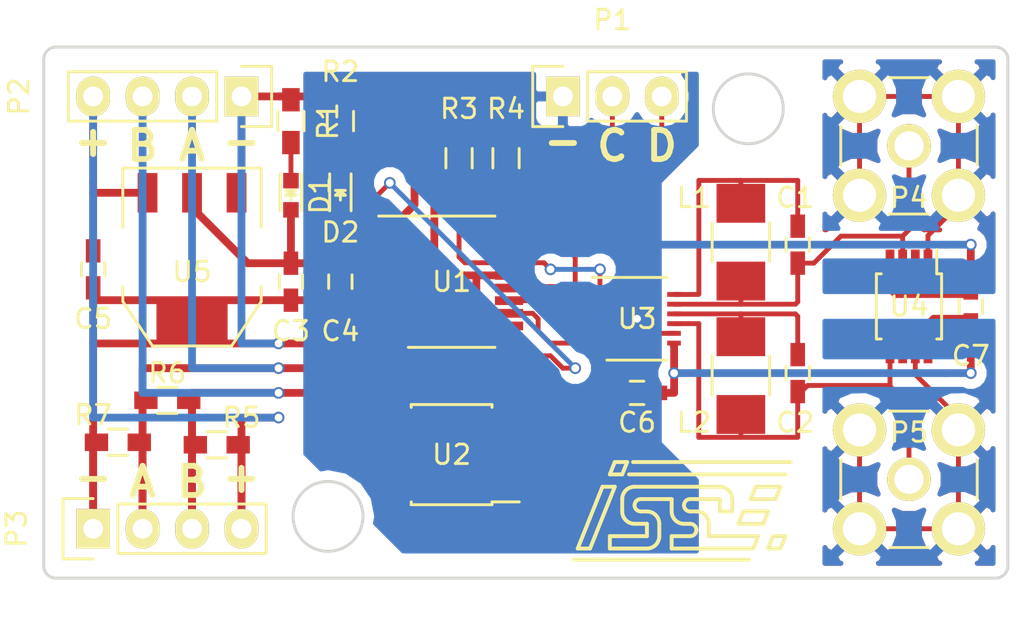
<source format=kicad_pcb>
(kicad_pcb (version 4) (host pcbnew 4.0.1-stable)

  (general
    (links 88)
    (no_connects 0)
    (area -0.075001 -0.075001 49.605001 27.380001)
    (thickness 1.6)
    (drawings 84)
    (tracks 311)
    (zones 0)
    (modules 28)
    (nets 30)
  )

  (page A4)
  (layers
    (0 F.Cu signal)
    (31 B.Cu signal)
    (32 B.Adhes user)
    (33 F.Adhes user)
    (34 B.Paste user)
    (35 F.Paste user)
    (36 B.SilkS user)
    (37 F.SilkS user)
    (38 B.Mask user)
    (39 F.Mask user)
    (40 Dwgs.User user)
    (41 Cmts.User user)
    (42 Eco1.User user)
    (43 Eco2.User user)
    (44 Edge.Cuts user)
    (45 Margin user)
    (46 B.CrtYd user)
    (47 F.CrtYd user)
    (48 B.Fab user)
    (49 F.Fab user)
  )

  (setup
    (last_trace_width 0.25)
    (trace_clearance 0.2)
    (zone_clearance 0.508)
    (zone_45_only no)
    (trace_min 0.2)
    (segment_width 0.2)
    (edge_width 0.15)
    (via_size 0.6)
    (via_drill 0.4)
    (via_min_size 0.4)
    (via_min_drill 0.3)
    (uvia_size 0.3)
    (uvia_drill 0.1)
    (uvias_allowed no)
    (uvia_min_size 0.2)
    (uvia_min_drill 0.1)
    (pcb_text_width 0.3)
    (pcb_text_size 1.5 1.5)
    (mod_edge_width 0.15)
    (mod_text_size 1 1)
    (mod_text_width 0.15)
    (pad_size 1.524 1.524)
    (pad_drill 0.762)
    (pad_to_mask_clearance 0.2)
    (aux_axis_origin -4.191 3.81)
    (visible_elements 7FFEFFFF)
    (pcbplotparams
      (layerselection 0x010fc_80000001)
      (usegerberextensions true)
      (excludeedgelayer true)
      (linewidth 0.100000)
      (plotframeref false)
      (viasonmask false)
      (mode 1)
      (useauxorigin false)
      (hpglpennumber 1)
      (hpglpenspeed 20)
      (hpglpendiameter 15)
      (hpglpenoverlay 2)
      (psnegative false)
      (psa4output false)
      (plotreference true)
      (plotvalue false)
      (plotinvisibletext false)
      (padsonsilk false)
      (subtractmaskfromsilk true)
      (outputformat 1)
      (mirror false)
      (drillshape 0)
      (scaleselection 1)
      (outputdirectory Bestellung/))
  )

  (net 0 "")
  (net 1 "Net-(C1-Pad1)")
  (net 2 "Net-(C1-Pad2)")
  (net 3 "Net-(C2-Pad1)")
  (net 4 "Net-(C2-Pad2)")
  (net 5 +3V3)
  (net 6 "Net-(D1-Pad1)")
  (net 7 "Net-(D2-Pad2)")
  (net 8 "Net-(D2-Pad1)")
  (net 9 GND)
  (net 10 "Net-(P1-Pad2)")
  (net 11 "Net-(P1-Pad3)")
  (net 12 +5V)
  (net 13 "Net-(P2-Pad2)")
  (net 14 "Net-(P2-Pad3)")
  (net 15 "Net-(R3-Pad2)")
  (net 16 "Net-(R4-Pad2)")
  (net 17 "Net-(U1-Pad2)")
  (net 18 "Net-(U1-Pad3)")
  (net 19 "Net-(U1-Pad4)")
  (net 20 "Net-(U1-Pad7)")
  (net 21 "Net-(U1-Pad8)")
  (net 22 "Net-(U1-Pad9)")
  (net 23 "Net-(U1-Pad10)")
  (net 24 "Net-(U1-Pad12)")
  (net 25 "Net-(U1-Pad13)")
  (net 26 "Net-(U1-Pad14)")
  (net 27 "Net-(P4-Pad2)")
  (net 28 "Net-(U1-Pad6)")
  (net 29 "Net-(P5-Pad2)")

  (net_class Default "Dies ist die voreingestellte Netzklasse."
    (clearance 0.2)
    (trace_width 0.25)
    (via_dia 0.6)
    (via_drill 0.4)
    (uvia_dia 0.3)
    (uvia_drill 0.1)
    (add_net "Net-(C1-Pad1)")
    (add_net "Net-(C1-Pad2)")
    (add_net "Net-(C2-Pad1)")
    (add_net "Net-(C2-Pad2)")
    (add_net "Net-(D1-Pad1)")
    (add_net "Net-(D2-Pad1)")
    (add_net "Net-(D2-Pad2)")
    (add_net "Net-(P1-Pad2)")
    (add_net "Net-(P1-Pad3)")
    (add_net "Net-(P4-Pad2)")
    (add_net "Net-(P5-Pad2)")
    (add_net "Net-(R3-Pad2)")
    (add_net "Net-(R4-Pad2)")
    (add_net "Net-(U1-Pad10)")
    (add_net "Net-(U1-Pad12)")
    (add_net "Net-(U1-Pad13)")
    (add_net "Net-(U1-Pad14)")
    (add_net "Net-(U1-Pad2)")
    (add_net "Net-(U1-Pad3)")
    (add_net "Net-(U1-Pad4)")
    (add_net "Net-(U1-Pad6)")
    (add_net "Net-(U1-Pad7)")
    (add_net "Net-(U1-Pad8)")
    (add_net "Net-(U1-Pad9)")
  )

  (net_class Power ""
    (clearance 0.2)
    (trace_width 0.4)
    (via_dia 0.6)
    (via_drill 0.4)
    (uvia_dia 0.3)
    (uvia_drill 0.1)
    (add_net +3V3)
    (add_net +5V)
    (add_net GND)
    (add_net "Net-(P2-Pad2)")
    (add_net "Net-(P2-Pad3)")
  )

  (module Connect:SMB_Straight (layer F.Cu) (tedit 56D4A87E) (tstamp 56CE1572)
    (at 44.45 22.225)
    (descr "SMB pcb mounting jack")
    (tags "SMB Jack  Striaght")
    (path /56CBAE8D)
    (fp_text reference P5 (at 0 -2.413) (layer F.SilkS)
      (effects (font (size 1 1) (thickness 0.15)))
    )
    (fp_text value CONN_01X02 (at 0.25 0) (layer F.Fab)
      (effects (font (size 1 1) (thickness 0.15)))
    )
    (fp_line (start -4.25 -4.25) (end 4.25 -4.25) (layer B.CrtYd) (width 0.05))
    (fp_line (start 4.25 -4.25) (end 4.25 4.25) (layer B.CrtYd) (width 0.05))
    (fp_line (start 4.25 4.25) (end -4.25 4.25) (layer B.CrtYd) (width 0.05))
    (fp_line (start -4.25 4.25) (end -4.25 -4.25) (layer B.CrtYd) (width 0.05))
    (fp_line (start 4.25 4.25) (end -4.25 4.25) (layer F.CrtYd) (width 0.05))
    (fp_line (start -4.25 4.25) (end -4.25 -4.25) (layer F.CrtYd) (width 0.05))
    (fp_line (start 4.25 -4.25) (end 4.25 4.25) (layer F.CrtYd) (width 0.05))
    (fp_line (start -4.25 -4.25) (end 4.25 -4.25) (layer F.CrtYd) (width 0.05))
    (fp_line (start -1 -3.5052) (end 1 -3.5052) (layer F.SilkS) (width 0.15))
    (fp_line (start 3.5052 -1) (end 3.5052 1) (layer F.SilkS) (width 0.15))
    (fp_line (start 1 3.5052) (end -1 3.5052) (layer F.SilkS) (width 0.15))
    (fp_line (start -3.5052 1) (end -3.5052 -1) (layer F.SilkS) (width 0.15))
    (pad 2 thru_hole circle (at -2.54 2.54) (size 2.74 2.74) (drill 1.7) (layers *.Cu *.Mask F.SilkS)
      (net 29 "Net-(P5-Pad2)"))
    (pad 2 thru_hole circle (at 2.54 2.54) (size 2.74 2.74) (drill 1.7) (layers *.Cu *.Mask F.SilkS)
      (net 29 "Net-(P5-Pad2)"))
    (pad 2 thru_hole circle (at 2.54 -2.54) (size 2.74 2.74) (drill 1.7) (layers *.Cu *.Mask F.SilkS)
      (net 29 "Net-(P5-Pad2)"))
    (pad 2 thru_hole circle (at -2.54 -2.54) (size 2.74 2.74) (drill 1.7) (layers *.Cu *.Mask F.SilkS)
      (net 29 "Net-(P5-Pad2)"))
    (pad 1 thru_hole circle (at 0 0) (size 2.24 2.24) (drill 1.5) (layers *.Cu *.Mask F.SilkS)
      (net 4 "Net-(C2-Pad2)"))
    (model Connect.3dshapes/SMB_Straight.wrl
      (at (xyz 0 0 0))
      (scale (xyz 1 1 1))
      (rotate (xyz 0 0 0))
    )
  )

  (module Connect:SMB_Straight (layer F.Cu) (tedit 56D4A869) (tstamp 56CE151F)
    (at 44.45 5.08)
    (descr "SMB pcb mounting jack")
    (tags "SMB Jack  Striaght")
    (path /56CBB34E)
    (fp_text reference P4 (at 0 2.667) (layer F.SilkS)
      (effects (font (size 1 1) (thickness 0.15)))
    )
    (fp_text value CONN_01X02 (at 0.25 0) (layer F.Fab)
      (effects (font (size 1 1) (thickness 0.15)))
    )
    (fp_line (start -4.25 -4.25) (end 4.25 -4.25) (layer B.CrtYd) (width 0.05))
    (fp_line (start 4.25 -4.25) (end 4.25 4.25) (layer B.CrtYd) (width 0.05))
    (fp_line (start 4.25 4.25) (end -4.25 4.25) (layer B.CrtYd) (width 0.05))
    (fp_line (start -4.25 4.25) (end -4.25 -4.25) (layer B.CrtYd) (width 0.05))
    (fp_line (start 4.25 4.25) (end -4.25 4.25) (layer F.CrtYd) (width 0.05))
    (fp_line (start -4.25 4.25) (end -4.25 -4.25) (layer F.CrtYd) (width 0.05))
    (fp_line (start 4.25 -4.25) (end 4.25 4.25) (layer F.CrtYd) (width 0.05))
    (fp_line (start -4.25 -4.25) (end 4.25 -4.25) (layer F.CrtYd) (width 0.05))
    (fp_line (start -1 -3.5052) (end 1 -3.5052) (layer F.SilkS) (width 0.15))
    (fp_line (start 3.5052 -1) (end 3.5052 1) (layer F.SilkS) (width 0.15))
    (fp_line (start 1 3.5052) (end -1 3.5052) (layer F.SilkS) (width 0.15))
    (fp_line (start -3.5052 1) (end -3.5052 -1) (layer F.SilkS) (width 0.15))
    (pad 2 thru_hole circle (at -2.54 2.54) (size 2.74 2.74) (drill 1.7) (layers *.Cu *.Mask F.SilkS)
      (net 27 "Net-(P4-Pad2)"))
    (pad 2 thru_hole circle (at 2.54 2.54) (size 2.74 2.74) (drill 1.7) (layers *.Cu *.Mask F.SilkS)
      (net 27 "Net-(P4-Pad2)"))
    (pad 2 thru_hole circle (at 2.54 -2.54) (size 2.74 2.74) (drill 1.7) (layers *.Cu *.Mask F.SilkS)
      (net 27 "Net-(P4-Pad2)"))
    (pad 2 thru_hole circle (at -2.54 -2.54) (size 2.74 2.74) (drill 1.7) (layers *.Cu *.Mask F.SilkS)
      (net 27 "Net-(P4-Pad2)"))
    (pad 1 thru_hole circle (at 0 0) (size 2.24 2.24) (drill 1.5) (layers *.Cu *.Mask F.SilkS)
      (net 1 "Net-(C1-Pad1)"))
    (model Connect.3dshapes/SMB_Straight.wrl
      (at (xyz 0 0 0))
      (scale (xyz 1 1 1))
      (rotate (xyz 0 0 0))
    )
  )

  (module Housings_DFN_QFN:DFN-12-1EP_4x4mm_Pitch0.5mm (layer F.Cu) (tedit 56D4A1CC) (tstamp 56CB7753)
    (at 30.48 13.97)
    (descr "DF Package; 12-Lead Plastic DFN (4mm x 4mm) (see Linear Technology 05081733_A_DF12.pdf)")
    (tags "DFN 0.5")
    (path /56CB5FD7)
    (attr smd)
    (fp_text reference U3 (at 0 0) (layer F.SilkS)
      (effects (font (size 1 1) (thickness 0.15)))
    )
    (fp_text value FDC2212 (at 0 3.05) (layer F.Fab)
      (effects (font (size 1 1) (thickness 0.15)))
    )
    (fp_line (start -2.5 -2.3) (end -2.5 2.3) (layer F.CrtYd) (width 0.05))
    (fp_line (start 2.5 -2.3) (end 2.5 2.3) (layer F.CrtYd) (width 0.05))
    (fp_line (start -2.5 -2.3) (end 2.5 -2.3) (layer F.CrtYd) (width 0.05))
    (fp_line (start -2.5 2.3) (end 2.5 2.3) (layer F.CrtYd) (width 0.05))
    (fp_line (start -1.55 2.125) (end 1.55 2.125) (layer F.SilkS) (width 0.15))
    (fp_line (start -2.325 -2.125) (end 1.55 -2.125) (layer F.SilkS) (width 0.15))
    (pad 1 smd rect (at -1.9 -1.25) (size 0.7 0.25) (layers F.Cu F.Paste F.Mask)
      (net 15 "Net-(R3-Pad2)"))
    (pad 2 smd rect (at -1.9 -0.75) (size 0.7 0.25) (layers F.Cu F.Paste F.Mask)
      (net 16 "Net-(R4-Pad2)"))
    (pad 3 smd rect (at -1.9 -0.25) (size 0.7 0.25) (layers F.Cu F.Paste F.Mask)
      (net 9 GND))
    (pad 4 smd rect (at -1.9 0.25) (size 0.7 0.25) (layers F.Cu F.Paste F.Mask)
      (net 9 GND))
    (pad 5 smd rect (at -1.9 0.75) (size 0.7 0.25) (layers F.Cu F.Paste F.Mask)
      (net 26 "Net-(U1-Pad14)"))
    (pad 6 smd rect (at -1.9 1.25) (size 0.7 0.25) (layers F.Cu F.Paste F.Mask)
      (net 25 "Net-(U1-Pad13)"))
    (pad 7 smd rect (at 1.9 1.25) (size 0.7 0.25) (layers F.Cu F.Paste F.Mask)
      (net 5 +3V3))
    (pad 8 smd rect (at 1.9 0.75) (size 0.7 0.25) (layers F.Cu F.Paste F.Mask)
      (net 9 GND))
    (pad 9 smd rect (at 1.9 0.25) (size 0.7 0.25) (layers F.Cu F.Paste F.Mask)
      (net 4 "Net-(C2-Pad2)"))
    (pad 10 smd rect (at 1.9 -0.25) (size 0.7 0.25) (layers F.Cu F.Paste F.Mask)
      (net 3 "Net-(C2-Pad1)"))
    (pad 11 smd rect (at 1.9 -0.75) (size 0.7 0.25) (layers F.Cu F.Paste F.Mask)
      (net 1 "Net-(C1-Pad1)"))
    (pad 12 smd rect (at 1.9 -1.25) (size 0.7 0.25) (layers F.Cu F.Paste F.Mask)
      (net 2 "Net-(C1-Pad2)"))
    (pad 13 smd rect (at 0.565 1.2675) (size 1.13 0.845) (layers F.Cu F.Paste F.Mask)
      (net 9 GND) (solder_paste_margin_ratio -0.2))
    (pad 13 smd rect (at 0.565 0.4225) (size 1.13 0.845) (layers F.Cu F.Paste F.Mask)
      (net 9 GND) (solder_paste_margin_ratio -0.2))
    (pad 13 smd rect (at 0.565 -0.4225) (size 1.13 0.845) (layers F.Cu F.Paste F.Mask)
      (net 9 GND) (solder_paste_margin_ratio -0.2))
    (pad 13 smd rect (at 0.565 -1.2675) (size 1.13 0.845) (layers F.Cu F.Paste F.Mask)
      (net 9 GND) (solder_paste_margin_ratio -0.2))
    (pad 13 smd rect (at -0.565 1.2675) (size 1.13 0.845) (layers F.Cu F.Paste F.Mask)
      (net 9 GND) (solder_paste_margin_ratio -0.2))
    (pad 13 smd rect (at -0.565 0.4225) (size 1.13 0.845) (layers F.Cu F.Paste F.Mask)
      (net 9 GND) (solder_paste_margin_ratio -0.2))
    (pad 13 smd rect (at -0.565 -0.4225) (size 1.13 0.845) (layers F.Cu F.Paste F.Mask)
      (net 9 GND) (solder_paste_margin_ratio -0.2))
    (pad 13 smd rect (at -0.565 -1.2675) (size 1.13 0.845) (layers F.Cu F.Paste F.Mask)
      (net 9 GND) (solder_paste_margin_ratio -0.2))
    (model Housings_DFN_QFN.3dshapes/DFN-12-1EP_4x4mm_Pitch0.5mm.wrl
      (at (xyz 0 0 0))
      (scale (xyz 1 1 1))
      (rotate (xyz 0 0 0))
    )
  )

  (module Capacitors_SMD:C_0603_HandSoldering (layer F.Cu) (tedit 56CCEA3D) (tstamp 56CB7822)
    (at 15.24 12.065 90)
    (descr "Capacitor SMD 0603, hand soldering")
    (tags "capacitor 0603")
    (path /56CCC1F4)
    (attr smd)
    (fp_text reference C4 (at -2.54 0 180) (layer F.SilkS)
      (effects (font (size 1 1) (thickness 0.15)))
    )
    (fp_text value 0.1uF (at 0 1.9 90) (layer F.Fab)
      (effects (font (size 1 1) (thickness 0.15)))
    )
    (fp_line (start -1.85 -0.75) (end 1.85 -0.75) (layer F.CrtYd) (width 0.05))
    (fp_line (start -1.85 0.75) (end 1.85 0.75) (layer F.CrtYd) (width 0.05))
    (fp_line (start -1.85 -0.75) (end -1.85 0.75) (layer F.CrtYd) (width 0.05))
    (fp_line (start 1.85 -0.75) (end 1.85 0.75) (layer F.CrtYd) (width 0.05))
    (fp_line (start -0.35 -0.6) (end 0.35 -0.6) (layer F.SilkS) (width 0.15))
    (fp_line (start 0.35 0.6) (end -0.35 0.6) (layer F.SilkS) (width 0.15))
    (pad 1 smd rect (at -0.95 0 90) (size 1.2 0.75) (layers F.Cu F.Paste F.Mask)
      (net 9 GND))
    (pad 2 smd rect (at 0.95 0 90) (size 1.2 0.75) (layers F.Cu F.Paste F.Mask)
      (net 5 +3V3))
    (model Capacitors_SMD.3dshapes/C_0603_HandSoldering.wrl
      (at (xyz 0 0 0))
      (scale (xyz 1 1 1))
      (rotate (xyz 0 0 0))
    )
  )

  (module Housings_SSOP:TSSOP-20_4.4x6.5mm_Pitch0.65mm (layer F.Cu) (tedit 56CCD675) (tstamp 56CB772F)
    (at 20.955 12.065)
    (descr "20-Lead Plastic Thin Shrink Small Outline (ST)-4.4 mm Body [TSSOP] (see Microchip Packaging Specification 00000049BS.pdf)")
    (tags "SSOP 0.65")
    (path /56CB606F)
    (attr smd)
    (fp_text reference U1 (at 0 0) (layer F.SilkS)
      (effects (font (size 1 1) (thickness 0.15)))
    )
    (fp_text value STM32F030F4P6 (at 0 4.3) (layer F.Fab)
      (effects (font (size 1 1) (thickness 0.15)))
    )
    (fp_line (start -3.95 -3.55) (end -3.95 3.55) (layer F.CrtYd) (width 0.05))
    (fp_line (start 3.95 -3.55) (end 3.95 3.55) (layer F.CrtYd) (width 0.05))
    (fp_line (start -3.95 -3.55) (end 3.95 -3.55) (layer F.CrtYd) (width 0.05))
    (fp_line (start -3.95 3.55) (end 3.95 3.55) (layer F.CrtYd) (width 0.05))
    (fp_line (start -2.225 3.375) (end 2.225 3.375) (layer F.SilkS) (width 0.15))
    (fp_line (start -3.75 -3.375) (end 2.225 -3.375) (layer F.SilkS) (width 0.15))
    (pad 1 smd rect (at -2.95 -2.925) (size 1.45 0.45) (layers F.Cu F.Paste F.Mask)
      (net 9 GND))
    (pad 2 smd rect (at -2.95 -2.275) (size 1.45 0.45) (layers F.Cu F.Paste F.Mask)
      (net 17 "Net-(U1-Pad2)"))
    (pad 3 smd rect (at -2.95 -1.625) (size 1.45 0.45) (layers F.Cu F.Paste F.Mask)
      (net 18 "Net-(U1-Pad3)"))
    (pad 4 smd rect (at -2.95 -0.975) (size 1.45 0.45) (layers F.Cu F.Paste F.Mask)
      (net 19 "Net-(U1-Pad4)"))
    (pad 5 smd rect (at -2.95 -0.325) (size 1.45 0.45) (layers F.Cu F.Paste F.Mask)
      (net 5 +3V3))
    (pad 6 smd rect (at -2.95 0.325) (size 1.45 0.45) (layers F.Cu F.Paste F.Mask)
      (net 28 "Net-(U1-Pad6)"))
    (pad 7 smd rect (at -2.95 0.975) (size 1.45 0.45) (layers F.Cu F.Paste F.Mask)
      (net 20 "Net-(U1-Pad7)"))
    (pad 8 smd rect (at -2.95 1.625) (size 1.45 0.45) (layers F.Cu F.Paste F.Mask)
      (net 21 "Net-(U1-Pad8)"))
    (pad 9 smd rect (at -2.95 2.275) (size 1.45 0.45) (layers F.Cu F.Paste F.Mask)
      (net 22 "Net-(U1-Pad9)"))
    (pad 10 smd rect (at -2.95 2.925) (size 1.45 0.45) (layers F.Cu F.Paste F.Mask)
      (net 23 "Net-(U1-Pad10)"))
    (pad 11 smd rect (at 2.95 2.925) (size 1.45 0.45) (layers F.Cu F.Paste F.Mask)
      (net 7 "Net-(D2-Pad2)"))
    (pad 12 smd rect (at 2.95 2.275) (size 1.45 0.45) (layers F.Cu F.Paste F.Mask)
      (net 24 "Net-(U1-Pad12)"))
    (pad 13 smd rect (at 2.95 1.625) (size 1.45 0.45) (layers F.Cu F.Paste F.Mask)
      (net 25 "Net-(U1-Pad13)"))
    (pad 14 smd rect (at 2.95 0.975) (size 1.45 0.45) (layers F.Cu F.Paste F.Mask)
      (net 26 "Net-(U1-Pad14)"))
    (pad 15 smd rect (at 2.95 0.325) (size 1.45 0.45) (layers F.Cu F.Paste F.Mask)
      (net 9 GND))
    (pad 16 smd rect (at 2.95 -0.325) (size 1.45 0.45) (layers F.Cu F.Paste F.Mask)
      (net 5 +3V3))
    (pad 17 smd rect (at 2.95 -0.975) (size 1.45 0.45) (layers F.Cu F.Paste F.Mask)
      (net 15 "Net-(R3-Pad2)"))
    (pad 18 smd rect (at 2.95 -1.625) (size 1.45 0.45) (layers F.Cu F.Paste F.Mask)
      (net 16 "Net-(R4-Pad2)"))
    (pad 19 smd rect (at 2.95 -2.275) (size 1.45 0.45) (layers F.Cu F.Paste F.Mask)
      (net 11 "Net-(P1-Pad3)"))
    (pad 20 smd rect (at 2.95 -2.925) (size 1.45 0.45) (layers F.Cu F.Paste F.Mask)
      (net 10 "Net-(P1-Pad2)"))
    (model Housings_SSOP.3dshapes/TSSOP-20_4.4x6.5mm_Pitch0.65mm.wrl
      (at (xyz 0 0 0))
      (scale (xyz 1 1 1))
      (rotate (xyz 0 0 0))
    )
  )

  (module Capacitors_SMD:C_0603_HandSoldering placed (layer F.Cu) (tedit 56D4A9BC) (tstamp 56CB7834)
    (at 47.625 13.335 90)
    (descr "Capacitor SMD 0603, hand soldering")
    (tags "capacitor 0603")
    (path /56CCB60A)
    (attr smd)
    (fp_text reference C7 (at -2.54 0 360) (layer F.SilkS)
      (effects (font (size 1 1) (thickness 0.15)))
    )
    (fp_text value 10uF (at 0 1.9 90) (layer F.Fab)
      (effects (font (size 1 1) (thickness 0.15)))
    )
    (fp_line (start -1.85 -0.75) (end 1.85 -0.75) (layer F.CrtYd) (width 0.05))
    (fp_line (start -1.85 0.75) (end 1.85 0.75) (layer F.CrtYd) (width 0.05))
    (fp_line (start -1.85 -0.75) (end -1.85 0.75) (layer F.CrtYd) (width 0.05))
    (fp_line (start 1.85 -0.75) (end 1.85 0.75) (layer F.CrtYd) (width 0.05))
    (fp_line (start -0.35 -0.6) (end 0.35 -0.6) (layer F.SilkS) (width 0.15))
    (fp_line (start 0.35 0.6) (end -0.35 0.6) (layer F.SilkS) (width 0.15))
    (pad 1 smd rect (at -0.95 0 90) (size 1.2 0.75) (layers F.Cu F.Paste F.Mask)
      (net 5 +3V3))
    (pad 2 smd rect (at 0.95 0 90) (size 1.2 0.75) (layers F.Cu F.Paste F.Mask)
      (net 9 GND))
    (model Capacitors_SMD.3dshapes/C_0603_HandSoldering.wrl
      (at (xyz 0 0 0))
      (scale (xyz 1 1 1))
      (rotate (xyz 0 0 0))
    )
  )

  (module TO_SOT_Packages_SMD:SOT-223 (layer F.Cu) (tedit 0) (tstamp 56CB776F)
    (at 7.62 10.795 180)
    (descr "module CMS SOT223 4 pins")
    (tags "CMS SOT")
    (path /56CB96D0)
    (attr smd)
    (fp_text reference U5 (at 0 -0.762 180) (layer F.SilkS)
      (effects (font (size 1 1) (thickness 0.15)))
    )
    (fp_text value LDO (at 0 0.762 180) (layer F.Fab)
      (effects (font (size 1 1) (thickness 0.15)))
    )
    (fp_line (start -3.556 1.524) (end -3.556 4.572) (layer F.SilkS) (width 0.15))
    (fp_line (start -3.556 4.572) (end 3.556 4.572) (layer F.SilkS) (width 0.15))
    (fp_line (start 3.556 4.572) (end 3.556 1.524) (layer F.SilkS) (width 0.15))
    (fp_line (start -3.556 -1.524) (end -3.556 -2.286) (layer F.SilkS) (width 0.15))
    (fp_line (start -3.556 -2.286) (end -2.032 -4.572) (layer F.SilkS) (width 0.15))
    (fp_line (start -2.032 -4.572) (end 2.032 -4.572) (layer F.SilkS) (width 0.15))
    (fp_line (start 2.032 -4.572) (end 3.556 -2.286) (layer F.SilkS) (width 0.15))
    (fp_line (start 3.556 -2.286) (end 3.556 -1.524) (layer F.SilkS) (width 0.15))
    (pad 4 smd rect (at 0 -3.302 180) (size 3.6576 2.032) (layers F.Cu F.Paste F.Mask)
      (net 9 GND))
    (pad 2 smd rect (at 0 3.302 180) (size 1.016 2.032) (layers F.Cu F.Paste F.Mask)
      (net 5 +3V3))
    (pad 3 smd rect (at 2.286 3.302 180) (size 1.016 2.032) (layers F.Cu F.Paste F.Mask)
      (net 12 +5V))
    (pad 1 smd rect (at -2.286 3.302 180) (size 1.016 2.032) (layers F.Cu F.Paste F.Mask)
      (net 9 GND))
    (model TO_SOT_Packages_SMD.3dshapes/SOT-223.wrl
      (at (xyz 0 0 0))
      (scale (xyz 0.4 0.4 0.4))
      (rotate (xyz 0 0 0))
    )
  )

  (module Housings_SOIC:SOIC-8_3.9x4.9mm_Pitch1.27mm (layer F.Cu) (tedit 56CCD670) (tstamp 56CB773B)
    (at 20.955 20.955 180)
    (descr "8-Lead Plastic Small Outline (SN) - Narrow, 3.90 mm Body [SOIC] (see Microchip Packaging Specification 00000049BS.pdf)")
    (tags "SOIC 1.27")
    (path /56CB7A06)
    (attr smd)
    (fp_text reference U2 (at 0 0 180) (layer F.SilkS)
      (effects (font (size 1 1) (thickness 0.15)))
    )
    (fp_text value ST485 (at 0 3.5 180) (layer F.Fab)
      (effects (font (size 1 1) (thickness 0.15)))
    )
    (fp_line (start -3.75 -2.75) (end -3.75 2.75) (layer F.CrtYd) (width 0.05))
    (fp_line (start 3.75 -2.75) (end 3.75 2.75) (layer F.CrtYd) (width 0.05))
    (fp_line (start -3.75 -2.75) (end 3.75 -2.75) (layer F.CrtYd) (width 0.05))
    (fp_line (start -3.75 2.75) (end 3.75 2.75) (layer F.CrtYd) (width 0.05))
    (fp_line (start -2.075 -2.575) (end -2.075 -2.43) (layer F.SilkS) (width 0.15))
    (fp_line (start 2.075 -2.575) (end 2.075 -2.43) (layer F.SilkS) (width 0.15))
    (fp_line (start 2.075 2.575) (end 2.075 2.43) (layer F.SilkS) (width 0.15))
    (fp_line (start -2.075 2.575) (end -2.075 2.43) (layer F.SilkS) (width 0.15))
    (fp_line (start -2.075 -2.575) (end 2.075 -2.575) (layer F.SilkS) (width 0.15))
    (fp_line (start -2.075 2.575) (end 2.075 2.575) (layer F.SilkS) (width 0.15))
    (fp_line (start -2.075 -2.43) (end -3.475 -2.43) (layer F.SilkS) (width 0.15))
    (pad 1 smd rect (at -2.7 -1.905 180) (size 1.55 0.6) (layers F.Cu F.Paste F.Mask)
      (net 22 "Net-(U1-Pad9)"))
    (pad 2 smd rect (at -2.7 -0.635 180) (size 1.55 0.6) (layers F.Cu F.Paste F.Mask)
      (net 23 "Net-(U1-Pad10)"))
    (pad 3 smd rect (at -2.7 0.635 180) (size 1.55 0.6) (layers F.Cu F.Paste F.Mask)
      (net 23 "Net-(U1-Pad10)"))
    (pad 4 smd rect (at -2.7 1.905 180) (size 1.55 0.6) (layers F.Cu F.Paste F.Mask)
      (net 21 "Net-(U1-Pad8)"))
    (pad 5 smd rect (at 2.7 1.905 180) (size 1.55 0.6) (layers F.Cu F.Paste F.Mask)
      (net 9 GND))
    (pad 6 smd rect (at 2.7 0.635 180) (size 1.55 0.6) (layers F.Cu F.Paste F.Mask)
      (net 13 "Net-(P2-Pad2)"))
    (pad 7 smd rect (at 2.7 -0.635 180) (size 1.55 0.6) (layers F.Cu F.Paste F.Mask)
      (net 14 "Net-(P2-Pad3)"))
    (pad 8 smd rect (at 2.7 -1.905 180) (size 1.55 0.6) (layers F.Cu F.Paste F.Mask)
      (net 5 +3V3))
    (model Housings_SOIC.3dshapes/SOIC-8_3.9x4.9mm_Pitch1.27mm.wrl
      (at (xyz 0 0 0))
      (scale (xyz 1 1 1))
      (rotate (xyz 0 0 0))
    )
  )

  (module Housings_SSOP:MSOP-8_3x3mm_Pitch0.65mm (layer F.Cu) (tedit 56CCD71C) (tstamp 56CB775F)
    (at 44.45 13.335 270)
    (descr "8-Lead Plastic Micro Small Outline Package (MS) [MSOP] (see Microchip Packaging Specification 00000049BS.pdf)")
    (tags "SSOP 0.65")
    (path /56CB6000)
    (attr smd)
    (fp_text reference U4 (at 0 0 360) (layer F.SilkS)
      (effects (font (size 1 1) (thickness 0.15)))
    )
    (fp_text value OPAMP-2CH (at 0 2.6 270) (layer F.Fab)
      (effects (font (size 1 1) (thickness 0.15)))
    )
    (fp_line (start -3.2 -1.85) (end -3.2 1.85) (layer F.CrtYd) (width 0.05))
    (fp_line (start 3.2 -1.85) (end 3.2 1.85) (layer F.CrtYd) (width 0.05))
    (fp_line (start -3.2 -1.85) (end 3.2 -1.85) (layer F.CrtYd) (width 0.05))
    (fp_line (start -3.2 1.85) (end 3.2 1.85) (layer F.CrtYd) (width 0.05))
    (fp_line (start -1.675 -1.675) (end -1.675 -1.425) (layer F.SilkS) (width 0.15))
    (fp_line (start 1.675 -1.675) (end 1.675 -1.425) (layer F.SilkS) (width 0.15))
    (fp_line (start 1.675 1.675) (end 1.675 1.425) (layer F.SilkS) (width 0.15))
    (fp_line (start -1.675 1.675) (end -1.675 1.425) (layer F.SilkS) (width 0.15))
    (fp_line (start -1.675 -1.675) (end 1.675 -1.675) (layer F.SilkS) (width 0.15))
    (fp_line (start -1.675 1.675) (end 1.675 1.675) (layer F.SilkS) (width 0.15))
    (fp_line (start -1.675 -1.425) (end -2.925 -1.425) (layer F.SilkS) (width 0.15))
    (pad 1 smd rect (at -2.2 -0.975 270) (size 1.45 0.45) (layers F.Cu F.Paste F.Mask)
      (net 27 "Net-(P4-Pad2)"))
    (pad 2 smd rect (at -2.2 -0.325 270) (size 1.45 0.45) (layers F.Cu F.Paste F.Mask)
      (net 27 "Net-(P4-Pad2)"))
    (pad 3 smd rect (at -2.2 0.325 270) (size 1.45 0.45) (layers F.Cu F.Paste F.Mask)
      (net 1 "Net-(C1-Pad1)"))
    (pad 4 smd rect (at -2.2 0.975 270) (size 1.45 0.45) (layers F.Cu F.Paste F.Mask)
      (net 9 GND))
    (pad 5 smd rect (at 2.2 0.975 270) (size 1.45 0.45) (layers F.Cu F.Paste F.Mask)
      (net 4 "Net-(C2-Pad2)"))
    (pad 6 smd rect (at 2.2 0.325 270) (size 1.45 0.45) (layers F.Cu F.Paste F.Mask)
      (net 29 "Net-(P5-Pad2)"))
    (pad 7 smd rect (at 2.2 -0.325 270) (size 1.45 0.45) (layers F.Cu F.Paste F.Mask)
      (net 29 "Net-(P5-Pad2)"))
    (pad 8 smd rect (at 2.2 -0.975 270) (size 1.45 0.45) (layers F.Cu F.Paste F.Mask)
      (net 5 +3V3))
    (model Housings_SSOP.3dshapes/MSOP-8_3x3mm_Pitch0.65mm.wrl
      (at (xyz 0 0 0))
      (scale (xyz 1 1 1))
      (rotate (xyz 0 0 0))
    )
  )

  (module Capacitors_SMD:C_0603_HandSoldering (layer F.Cu) (tedit 56D4ABC5) (tstamp 56CB76AC)
    (at 38.735 10.16 90)
    (descr "Capacitor SMD 0603, hand soldering")
    (tags "capacitor 0603")
    (path /56CB6A39)
    (attr smd)
    (fp_text reference C1 (at 2.413 -0.127 180) (layer F.SilkS)
      (effects (font (size 1 1) (thickness 0.15)))
    )
    (fp_text value 33pF (at 0 1.9 90) (layer F.Fab)
      (effects (font (size 1 1) (thickness 0.15)))
    )
    (fp_line (start -1.85 -0.75) (end 1.85 -0.75) (layer F.CrtYd) (width 0.05))
    (fp_line (start -1.85 0.75) (end 1.85 0.75) (layer F.CrtYd) (width 0.05))
    (fp_line (start -1.85 -0.75) (end -1.85 0.75) (layer F.CrtYd) (width 0.05))
    (fp_line (start 1.85 -0.75) (end 1.85 0.75) (layer F.CrtYd) (width 0.05))
    (fp_line (start -0.35 -0.6) (end 0.35 -0.6) (layer F.SilkS) (width 0.15))
    (fp_line (start 0.35 0.6) (end -0.35 0.6) (layer F.SilkS) (width 0.15))
    (pad 1 smd rect (at -0.95 0 90) (size 1.2 0.75) (layers F.Cu F.Paste F.Mask)
      (net 1 "Net-(C1-Pad1)"))
    (pad 2 smd rect (at 0.95 0 90) (size 1.2 0.75) (layers F.Cu F.Paste F.Mask)
      (net 2 "Net-(C1-Pad2)"))
    (model Capacitors_SMD.3dshapes/C_0603_HandSoldering.wrl
      (at (xyz 0 0 0))
      (scale (xyz 1 1 1))
      (rotate (xyz 0 0 0))
    )
  )

  (module Capacitors_SMD:C_0603_HandSoldering (layer F.Cu) (tedit 56D4ABBC) (tstamp 56CB76B2)
    (at 38.735 16.764 270)
    (descr "Capacitor SMD 0603, hand soldering")
    (tags "capacitor 0603")
    (path /56CB6541)
    (attr smd)
    (fp_text reference C2 (at 2.54 0.127 360) (layer F.SilkS)
      (effects (font (size 1 1) (thickness 0.15)))
    )
    (fp_text value 33pF (at 0 1.9 270) (layer F.Fab)
      (effects (font (size 1 1) (thickness 0.15)))
    )
    (fp_line (start -1.85 -0.75) (end 1.85 -0.75) (layer F.CrtYd) (width 0.05))
    (fp_line (start -1.85 0.75) (end 1.85 0.75) (layer F.CrtYd) (width 0.05))
    (fp_line (start -1.85 -0.75) (end -1.85 0.75) (layer F.CrtYd) (width 0.05))
    (fp_line (start 1.85 -0.75) (end 1.85 0.75) (layer F.CrtYd) (width 0.05))
    (fp_line (start -0.35 -0.6) (end 0.35 -0.6) (layer F.SilkS) (width 0.15))
    (fp_line (start 0.35 0.6) (end -0.35 0.6) (layer F.SilkS) (width 0.15))
    (pad 1 smd rect (at -0.95 0 270) (size 1.2 0.75) (layers F.Cu F.Paste F.Mask)
      (net 3 "Net-(C2-Pad1)"))
    (pad 2 smd rect (at 0.95 0 270) (size 1.2 0.75) (layers F.Cu F.Paste F.Mask)
      (net 4 "Net-(C2-Pad2)"))
    (model Capacitors_SMD.3dshapes/C_0603_HandSoldering.wrl
      (at (xyz 0 0 0))
      (scale (xyz 1 1 1))
      (rotate (xyz 0 0 0))
    )
  )

  (module LEDs:LED_0603 (layer F.Cu) (tedit 56CE26CE) (tstamp 56CB76BE)
    (at 15.24 7.62 270)
    (descr "LED 0603 smd package")
    (tags "LED led 0603 SMD smd SMT smt smdled SMDLED smtled SMTLED")
    (path /56CBBB66)
    (attr smd)
    (fp_text reference D2 (at 1.905 0 360) (layer F.SilkS)
      (effects (font (size 1 1) (thickness 0.15)))
    )
    (fp_text value LED (at 0 1.5 270) (layer F.Fab)
      (effects (font (size 1 1) (thickness 0.15)))
    )
    (fp_line (start -1.1 0.55) (end 0.8 0.55) (layer F.SilkS) (width 0.15))
    (fp_line (start -1.1 -0.55) (end 0.8 -0.55) (layer F.SilkS) (width 0.15))
    (fp_line (start -0.2 0) (end 0.25 0) (layer F.SilkS) (width 0.15))
    (fp_line (start -0.25 -0.25) (end -0.25 0.25) (layer F.SilkS) (width 0.15))
    (fp_line (start -0.25 0) (end 0 -0.25) (layer F.SilkS) (width 0.15))
    (fp_line (start 0 -0.25) (end 0 0.25) (layer F.SilkS) (width 0.15))
    (fp_line (start 0 0.25) (end -0.25 0) (layer F.SilkS) (width 0.15))
    (fp_line (start 1.4 -0.75) (end 1.4 0.75) (layer F.CrtYd) (width 0.05))
    (fp_line (start 1.4 0.75) (end -1.4 0.75) (layer F.CrtYd) (width 0.05))
    (fp_line (start -1.4 0.75) (end -1.4 -0.75) (layer F.CrtYd) (width 0.05))
    (fp_line (start -1.4 -0.75) (end 1.4 -0.75) (layer F.CrtYd) (width 0.05))
    (pad 2 smd rect (at 0.7493 0 90) (size 0.79756 0.79756) (layers F.Cu F.Paste F.Mask)
      (net 7 "Net-(D2-Pad2)"))
    (pad 1 smd rect (at -0.7493 0 90) (size 0.79756 0.79756) (layers F.Cu F.Paste F.Mask)
      (net 8 "Net-(D2-Pad1)"))
    (model LEDs.3dshapes/LED_0603.wrl
      (at (xyz 0 0 0))
      (scale (xyz 1 1 1))
      (rotate (xyz 0 0 180))
    )
  )

  (module Resistors_SMD:R_1210_HandSoldering (layer F.Cu) (tedit 56D4A9D8) (tstamp 56CB76C4)
    (at 35.814 10.033 90)
    (descr "Resistor SMD 1210, hand soldering")
    (tags "resistor 1210")
    (path /56CB64E2)
    (attr smd)
    (fp_text reference L1 (at 2.286 -2.413 180) (layer F.SilkS)
      (effects (font (size 1 1) (thickness 0.15)))
    )
    (fp_text value 18uH (at 0 2.7 90) (layer F.Fab)
      (effects (font (size 1 1) (thickness 0.15)))
    )
    (fp_line (start -3.3 -1.6) (end 3.3 -1.6) (layer F.CrtYd) (width 0.05))
    (fp_line (start -3.3 1.6) (end 3.3 1.6) (layer F.CrtYd) (width 0.05))
    (fp_line (start -3.3 -1.6) (end -3.3 1.6) (layer F.CrtYd) (width 0.05))
    (fp_line (start 3.3 -1.6) (end 3.3 1.6) (layer F.CrtYd) (width 0.05))
    (fp_line (start 1 1.475) (end -1 1.475) (layer F.SilkS) (width 0.15))
    (fp_line (start -1 -1.475) (end 1 -1.475) (layer F.SilkS) (width 0.15))
    (pad 1 smd rect (at -2 0 90) (size 2 2.5) (layers F.Cu F.Paste F.Mask)
      (net 1 "Net-(C1-Pad1)"))
    (pad 2 smd rect (at 2 0 90) (size 2 2.5) (layers F.Cu F.Paste F.Mask)
      (net 2 "Net-(C1-Pad2)"))
    (model Resistors_SMD.3dshapes/R_1210_HandSoldering.wrl
      (at (xyz 0 0 0))
      (scale (xyz 1 1 1))
      (rotate (xyz 0 0 0))
    )
  )

  (module Resistors_SMD:R_1210_HandSoldering (layer F.Cu) (tedit 56D4A9D0) (tstamp 56CB76CA)
    (at 35.814 16.891 270)
    (descr "Resistor SMD 1210, hand soldering")
    (tags "resistor 1210")
    (path /56CB6A7D)
    (attr smd)
    (fp_text reference L2 (at 2.413 2.413 360) (layer F.SilkS)
      (effects (font (size 1 1) (thickness 0.15)))
    )
    (fp_text value 18uH (at 0 2.7 270) (layer F.Fab)
      (effects (font (size 1 1) (thickness 0.15)))
    )
    (fp_line (start -3.3 -1.6) (end 3.3 -1.6) (layer F.CrtYd) (width 0.05))
    (fp_line (start -3.3 1.6) (end 3.3 1.6) (layer F.CrtYd) (width 0.05))
    (fp_line (start -3.3 -1.6) (end -3.3 1.6) (layer F.CrtYd) (width 0.05))
    (fp_line (start 3.3 -1.6) (end 3.3 1.6) (layer F.CrtYd) (width 0.05))
    (fp_line (start 1 1.475) (end -1 1.475) (layer F.SilkS) (width 0.15))
    (fp_line (start -1 -1.475) (end 1 -1.475) (layer F.SilkS) (width 0.15))
    (pad 1 smd rect (at -2 0 270) (size 2 2.5) (layers F.Cu F.Paste F.Mask)
      (net 3 "Net-(C2-Pad1)"))
    (pad 2 smd rect (at 2 0 270) (size 2 2.5) (layers F.Cu F.Paste F.Mask)
      (net 4 "Net-(C2-Pad2)"))
    (model Resistors_SMD.3dshapes/R_1210_HandSoldering.wrl
      (at (xyz 0 0 0))
      (scale (xyz 1 1 1))
      (rotate (xyz 0 0 0))
    )
  )

  (module Resistors_SMD:R_0603_HandSoldering (layer F.Cu) (tedit 56CCEA56) (tstamp 56CB76F9)
    (at 15.24 3.81 270)
    (descr "Resistor SMD 0603, hand soldering")
    (tags "resistor 0603")
    (path /56CBC5DB)
    (attr smd)
    (fp_text reference R2 (at -2.54 0 360) (layer F.SilkS)
      (effects (font (size 1 1) (thickness 0.15)))
    )
    (fp_text value 560R (at 0 1.9 270) (layer F.Fab)
      (effects (font (size 1 1) (thickness 0.15)))
    )
    (fp_line (start -2 -0.8) (end 2 -0.8) (layer F.CrtYd) (width 0.05))
    (fp_line (start -2 0.8) (end 2 0.8) (layer F.CrtYd) (width 0.05))
    (fp_line (start -2 -0.8) (end -2 0.8) (layer F.CrtYd) (width 0.05))
    (fp_line (start 2 -0.8) (end 2 0.8) (layer F.CrtYd) (width 0.05))
    (fp_line (start 0.5 0.675) (end -0.5 0.675) (layer F.SilkS) (width 0.15))
    (fp_line (start -0.5 -0.675) (end 0.5 -0.675) (layer F.SilkS) (width 0.15))
    (pad 1 smd rect (at -1.1 0 270) (size 1.2 0.9) (layers F.Cu F.Paste F.Mask)
      (net 9 GND))
    (pad 2 smd rect (at 1.1 0 270) (size 1.2 0.9) (layers F.Cu F.Paste F.Mask)
      (net 8 "Net-(D2-Pad1)"))
    (model Resistors_SMD.3dshapes/R_0603_HandSoldering.wrl
      (at (xyz 0 0 0))
      (scale (xyz 1 1 1))
      (rotate (xyz 0 0 0))
    )
  )

  (module Resistors_SMD:R_0603_HandSoldering (layer F.Cu) (tedit 56CCEA69) (tstamp 56CB76FF)
    (at 21.336 5.715 270)
    (descr "Resistor SMD 0603, hand soldering")
    (tags "resistor 0603")
    (path /56CB852C)
    (attr smd)
    (fp_text reference R3 (at -2.54 0 360) (layer F.SilkS)
      (effects (font (size 1 1) (thickness 0.15)))
    )
    (fp_text value 1K8R (at 0 1.9 270) (layer F.Fab)
      (effects (font (size 1 1) (thickness 0.15)))
    )
    (fp_line (start -2 -0.8) (end 2 -0.8) (layer F.CrtYd) (width 0.05))
    (fp_line (start -2 0.8) (end 2 0.8) (layer F.CrtYd) (width 0.05))
    (fp_line (start -2 -0.8) (end -2 0.8) (layer F.CrtYd) (width 0.05))
    (fp_line (start 2 -0.8) (end 2 0.8) (layer F.CrtYd) (width 0.05))
    (fp_line (start 0.5 0.675) (end -0.5 0.675) (layer F.SilkS) (width 0.15))
    (fp_line (start -0.5 -0.675) (end 0.5 -0.675) (layer F.SilkS) (width 0.15))
    (pad 1 smd rect (at -1.1 0 270) (size 1.2 0.9) (layers F.Cu F.Paste F.Mask)
      (net 5 +3V3))
    (pad 2 smd rect (at 1.1 0 270) (size 1.2 0.9) (layers F.Cu F.Paste F.Mask)
      (net 15 "Net-(R3-Pad2)"))
    (model Resistors_SMD.3dshapes/R_0603_HandSoldering.wrl
      (at (xyz 0 0 0))
      (scale (xyz 1 1 1))
      (rotate (xyz 0 0 0))
    )
  )

  (module Resistors_SMD:R_0603_HandSoldering (layer F.Cu) (tedit 56CE26D1) (tstamp 56CB7705)
    (at 23.749 5.715 270)
    (descr "Resistor SMD 0603, hand soldering")
    (tags "resistor 0603")
    (path /56CB8429)
    (attr smd)
    (fp_text reference R4 (at -2.54 0 360) (layer F.SilkS)
      (effects (font (size 1 1) (thickness 0.15)))
    )
    (fp_text value 1K8R (at 0 1.9 270) (layer F.Fab)
      (effects (font (size 1 1) (thickness 0.15)))
    )
    (fp_line (start -2 -0.8) (end 2 -0.8) (layer F.CrtYd) (width 0.05))
    (fp_line (start -2 0.8) (end 2 0.8) (layer F.CrtYd) (width 0.05))
    (fp_line (start -2 -0.8) (end -2 0.8) (layer F.CrtYd) (width 0.05))
    (fp_line (start 2 -0.8) (end 2 0.8) (layer F.CrtYd) (width 0.05))
    (fp_line (start 0.5 0.675) (end -0.5 0.675) (layer F.SilkS) (width 0.15))
    (fp_line (start -0.5 -0.675) (end 0.5 -0.675) (layer F.SilkS) (width 0.15))
    (pad 1 smd rect (at -1.1 0 270) (size 1.2 0.9) (layers F.Cu F.Paste F.Mask)
      (net 5 +3V3))
    (pad 2 smd rect (at 1.1 0 270) (size 1.2 0.9) (layers F.Cu F.Paste F.Mask)
      (net 16 "Net-(R4-Pad2)"))
    (model Resistors_SMD.3dshapes/R_0603_HandSoldering.wrl
      (at (xyz 0 0 0))
      (scale (xyz 1 1 1))
      (rotate (xyz 0 0 0))
    )
  )

  (module Resistors_SMD:R_0603_HandSoldering (layer F.Cu) (tedit 56D3734B) (tstamp 56CB770B)
    (at 8.89 20.447 180)
    (descr "Resistor SMD 0603, hand soldering")
    (tags "resistor 0603")
    (path /56CBD54C)
    (attr smd)
    (fp_text reference R5 (at -1.27 1.397 180) (layer F.SilkS)
      (effects (font (size 1 1) (thickness 0.15)))
    )
    (fp_text value 680R (at 0 1.9 180) (layer F.Fab)
      (effects (font (size 1 1) (thickness 0.15)))
    )
    (fp_line (start -2 -0.8) (end 2 -0.8) (layer F.CrtYd) (width 0.05))
    (fp_line (start -2 0.8) (end 2 0.8) (layer F.CrtYd) (width 0.05))
    (fp_line (start -2 -0.8) (end -2 0.8) (layer F.CrtYd) (width 0.05))
    (fp_line (start 2 -0.8) (end 2 0.8) (layer F.CrtYd) (width 0.05))
    (fp_line (start 0.5 0.675) (end -0.5 0.675) (layer F.SilkS) (width 0.15))
    (fp_line (start -0.5 -0.675) (end 0.5 -0.675) (layer F.SilkS) (width 0.15))
    (pad 1 smd rect (at -1.1 0 180) (size 1.2 0.9) (layers F.Cu F.Paste F.Mask)
      (net 12 +5V))
    (pad 2 smd rect (at 1.1 0 180) (size 1.2 0.9) (layers F.Cu F.Paste F.Mask)
      (net 14 "Net-(P2-Pad3)"))
    (model Resistors_SMD.3dshapes/R_0603_HandSoldering.wrl
      (at (xyz 0 0 0))
      (scale (xyz 1 1 1))
      (rotate (xyz 0 0 0))
    )
  )

  (module Resistors_SMD:R_0603_HandSoldering (layer F.Cu) (tedit 56D37352) (tstamp 56CB7711)
    (at 6.35 18.161 180)
    (descr "Resistor SMD 0603, hand soldering")
    (tags "resistor 0603")
    (path /56CBDED7)
    (attr smd)
    (fp_text reference R6 (at 0 1.397 180) (layer F.SilkS)
      (effects (font (size 1 1) (thickness 0.15)))
    )
    (fp_text value 120R (at 0 1.9 180) (layer F.Fab)
      (effects (font (size 1 1) (thickness 0.15)))
    )
    (fp_line (start -2 -0.8) (end 2 -0.8) (layer F.CrtYd) (width 0.05))
    (fp_line (start -2 0.8) (end 2 0.8) (layer F.CrtYd) (width 0.05))
    (fp_line (start -2 -0.8) (end -2 0.8) (layer F.CrtYd) (width 0.05))
    (fp_line (start 2 -0.8) (end 2 0.8) (layer F.CrtYd) (width 0.05))
    (fp_line (start 0.5 0.675) (end -0.5 0.675) (layer F.SilkS) (width 0.15))
    (fp_line (start -0.5 -0.675) (end 0.5 -0.675) (layer F.SilkS) (width 0.15))
    (pad 1 smd rect (at -1.1 0 180) (size 1.2 0.9) (layers F.Cu F.Paste F.Mask)
      (net 14 "Net-(P2-Pad3)"))
    (pad 2 smd rect (at 1.1 0 180) (size 1.2 0.9) (layers F.Cu F.Paste F.Mask)
      (net 13 "Net-(P2-Pad2)"))
    (model Resistors_SMD.3dshapes/R_0603_HandSoldering.wrl
      (at (xyz 0 0 0))
      (scale (xyz 1 1 1))
      (rotate (xyz 0 0 0))
    )
  )

  (module Resistors_SMD:R_0603_HandSoldering (layer F.Cu) (tedit 56D3734F) (tstamp 56CB7717)
    (at 3.81 20.32 180)
    (descr "Resistor SMD 0603, hand soldering")
    (tags "resistor 0603")
    (path /56CBDF31)
    (attr smd)
    (fp_text reference R7 (at 1.27 1.397 180) (layer F.SilkS)
      (effects (font (size 1 1) (thickness 0.15)))
    )
    (fp_text value 680R (at 0 1.9 180) (layer F.Fab)
      (effects (font (size 1 1) (thickness 0.15)))
    )
    (fp_line (start -2 -0.8) (end 2 -0.8) (layer F.CrtYd) (width 0.05))
    (fp_line (start -2 0.8) (end 2 0.8) (layer F.CrtYd) (width 0.05))
    (fp_line (start -2 -0.8) (end -2 0.8) (layer F.CrtYd) (width 0.05))
    (fp_line (start 2 -0.8) (end 2 0.8) (layer F.CrtYd) (width 0.05))
    (fp_line (start 0.5 0.675) (end -0.5 0.675) (layer F.SilkS) (width 0.15))
    (fp_line (start -0.5 -0.675) (end 0.5 -0.675) (layer F.SilkS) (width 0.15))
    (pad 1 smd rect (at -1.1 0 180) (size 1.2 0.9) (layers F.Cu F.Paste F.Mask)
      (net 13 "Net-(P2-Pad2)"))
    (pad 2 smd rect (at 1.1 0 180) (size 1.2 0.9) (layers F.Cu F.Paste F.Mask)
      (net 9 GND))
    (model Resistors_SMD.3dshapes/R_0603_HandSoldering.wrl
      (at (xyz 0 0 0))
      (scale (xyz 1 1 1))
      (rotate (xyz 0 0 0))
    )
  )

  (module Capacitors_SMD:C_0603_HandSoldering (layer F.Cu) (tedit 56D4A961) (tstamp 56CB781C)
    (at 12.7 12.065 270)
    (descr "Capacitor SMD 0603, hand soldering")
    (tags "capacitor 0603")
    (path /56CCD815)
    (attr smd)
    (fp_text reference C3 (at 2.54 0 360) (layer F.SilkS)
      (effects (font (size 1 1) (thickness 0.15)))
    )
    (fp_text value 0.1uF (at 0 1.9 270) (layer F.Fab)
      (effects (font (size 1 1) (thickness 0.15)))
    )
    (fp_line (start -1.85 -0.75) (end 1.85 -0.75) (layer F.CrtYd) (width 0.05))
    (fp_line (start -1.85 0.75) (end 1.85 0.75) (layer F.CrtYd) (width 0.05))
    (fp_line (start -1.85 -0.75) (end -1.85 0.75) (layer F.CrtYd) (width 0.05))
    (fp_line (start 1.85 -0.75) (end 1.85 0.75) (layer F.CrtYd) (width 0.05))
    (fp_line (start -0.35 -0.6) (end 0.35 -0.6) (layer F.SilkS) (width 0.15))
    (fp_line (start 0.35 0.6) (end -0.35 0.6) (layer F.SilkS) (width 0.15))
    (pad 1 smd rect (at -0.95 0 270) (size 1.2 0.75) (layers F.Cu F.Paste F.Mask)
      (net 5 +3V3))
    (pad 2 smd rect (at 0.95 0 270) (size 1.2 0.75) (layers F.Cu F.Paste F.Mask)
      (net 9 GND))
    (model Capacitors_SMD.3dshapes/C_0603_HandSoldering.wrl
      (at (xyz 0 0 0))
      (scale (xyz 1 1 1))
      (rotate (xyz 0 0 0))
    )
  )

  (module Capacitors_SMD:C_0603_HandSoldering (layer F.Cu) (tedit 56CCEA44) (tstamp 56CB7828)
    (at 2.54 11.43 270)
    (descr "Capacitor SMD 0603, hand soldering")
    (tags "capacitor 0603")
    (path /56CCB240)
    (attr smd)
    (fp_text reference C5 (at 2.54 0 360) (layer F.SilkS)
      (effects (font (size 1 1) (thickness 0.15)))
    )
    (fp_text value 10uF (at 0 1.9 270) (layer F.Fab)
      (effects (font (size 1 1) (thickness 0.15)))
    )
    (fp_line (start -1.85 -0.75) (end 1.85 -0.75) (layer F.CrtYd) (width 0.05))
    (fp_line (start -1.85 0.75) (end 1.85 0.75) (layer F.CrtYd) (width 0.05))
    (fp_line (start -1.85 -0.75) (end -1.85 0.75) (layer F.CrtYd) (width 0.05))
    (fp_line (start 1.85 -0.75) (end 1.85 0.75) (layer F.CrtYd) (width 0.05))
    (fp_line (start -0.35 -0.6) (end 0.35 -0.6) (layer F.SilkS) (width 0.15))
    (fp_line (start 0.35 0.6) (end -0.35 0.6) (layer F.SilkS) (width 0.15))
    (pad 1 smd rect (at -0.95 0 270) (size 1.2 0.75) (layers F.Cu F.Paste F.Mask)
      (net 12 +5V))
    (pad 2 smd rect (at 0.95 0 270) (size 1.2 0.75) (layers F.Cu F.Paste F.Mask)
      (net 9 GND))
    (model Capacitors_SMD.3dshapes/C_0603_HandSoldering.wrl
      (at (xyz 0 0 0))
      (scale (xyz 1 1 1))
      (rotate (xyz 0 0 0))
    )
  )

  (module Capacitors_SMD:C_0603_HandSoldering (layer F.Cu) (tedit 56D4A9CA) (tstamp 56CB782E)
    (at 30.48 17.78 180)
    (descr "Capacitor SMD 0603, hand soldering")
    (tags "capacitor 0603")
    (path /56CCCBDF)
    (attr smd)
    (fp_text reference C6 (at 0 -1.524 180) (layer F.SilkS)
      (effects (font (size 1 1) (thickness 0.15)))
    )
    (fp_text value 0.1uF (at 0 1.9 180) (layer F.Fab)
      (effects (font (size 1 1) (thickness 0.15)))
    )
    (fp_line (start -1.85 -0.75) (end 1.85 -0.75) (layer F.CrtYd) (width 0.05))
    (fp_line (start -1.85 0.75) (end 1.85 0.75) (layer F.CrtYd) (width 0.05))
    (fp_line (start -1.85 -0.75) (end -1.85 0.75) (layer F.CrtYd) (width 0.05))
    (fp_line (start 1.85 -0.75) (end 1.85 0.75) (layer F.CrtYd) (width 0.05))
    (fp_line (start -0.35 -0.6) (end 0.35 -0.6) (layer F.SilkS) (width 0.15))
    (fp_line (start 0.35 0.6) (end -0.35 0.6) (layer F.SilkS) (width 0.15))
    (pad 1 smd rect (at -0.95 0 180) (size 1.2 0.75) (layers F.Cu F.Paste F.Mask)
      (net 5 +3V3))
    (pad 2 smd rect (at 0.95 0 180) (size 1.2 0.75) (layers F.Cu F.Paste F.Mask)
      (net 9 GND))
    (model Capacitors_SMD.3dshapes/C_0603_HandSoldering.wrl
      (at (xyz 0 0 0))
      (scale (xyz 1 1 1))
      (rotate (xyz 0 0 0))
    )
  )

  (module Pin_Headers:Pin_Header_Straight_1x03 (layer F.Cu) (tedit 56D4A6BD) (tstamp 56CB76D1)
    (at 26.67 2.54 90)
    (descr "Through hole pin header")
    (tags "pin header")
    (path /56CC05C3)
    (fp_text reference P1 (at 3.937 2.54 180) (layer F.SilkS)
      (effects (font (size 1 1) (thickness 0.15)))
    )
    (fp_text value SWD (at 0 -3.1 90) (layer F.Fab)
      (effects (font (size 1 1) (thickness 0.15)))
    )
    (fp_line (start -1.75 -1.75) (end -1.75 6.85) (layer F.CrtYd) (width 0.05))
    (fp_line (start 1.75 -1.75) (end 1.75 6.85) (layer F.CrtYd) (width 0.05))
    (fp_line (start -1.75 -1.75) (end 1.75 -1.75) (layer F.CrtYd) (width 0.05))
    (fp_line (start -1.75 6.85) (end 1.75 6.85) (layer F.CrtYd) (width 0.05))
    (fp_line (start -1.27 1.27) (end -1.27 6.35) (layer F.SilkS) (width 0.15))
    (fp_line (start -1.27 6.35) (end 1.27 6.35) (layer F.SilkS) (width 0.15))
    (fp_line (start 1.27 6.35) (end 1.27 1.27) (layer F.SilkS) (width 0.15))
    (fp_line (start 1.55 -1.55) (end 1.55 0) (layer F.SilkS) (width 0.15))
    (fp_line (start 1.27 1.27) (end -1.27 1.27) (layer F.SilkS) (width 0.15))
    (fp_line (start -1.55 0) (end -1.55 -1.55) (layer F.SilkS) (width 0.15))
    (fp_line (start -1.55 -1.55) (end 1.55 -1.55) (layer F.SilkS) (width 0.15))
    (pad 1 thru_hole rect (at 0 0 90) (size 2.032 1.7272) (drill 1.016) (layers *.Cu *.Mask F.SilkS)
      (net 9 GND))
    (pad 2 thru_hole oval (at 0 2.54 90) (size 2.032 1.7272) (drill 1.016) (layers *.Cu *.Mask F.SilkS)
      (net 10 "Net-(P1-Pad2)"))
    (pad 3 thru_hole oval (at 0 5.08 90) (size 2.032 1.7272) (drill 1.016) (layers *.Cu *.Mask F.SilkS)
      (net 11 "Net-(P1-Pad3)"))
    (model Pin_Headers.3dshapes/Pin_Header_Straight_1x03.wrl
      (at (xyz 0 -0.1 0))
      (scale (xyz 1 1 1))
      (rotate (xyz 0 0 90))
    )
  )

  (module Pin_Headers:Pin_Header_Straight_1x04 (layer F.Cu) (tedit 56D4A6B3) (tstamp 56CB76D9)
    (at 10.16 2.54 270)
    (descr "Through hole pin header")
    (tags "pin header")
    (path /56CB9FD2)
    (fp_text reference P2 (at 0 11.43 270) (layer F.SilkS)
      (effects (font (size 1 1) (thickness 0.15)))
    )
    (fp_text value CONN_01X04 (at 0 -3.1 270) (layer F.Fab)
      (effects (font (size 1 1) (thickness 0.15)))
    )
    (fp_line (start -1.75 -1.75) (end -1.75 9.4) (layer F.CrtYd) (width 0.05))
    (fp_line (start 1.75 -1.75) (end 1.75 9.4) (layer F.CrtYd) (width 0.05))
    (fp_line (start -1.75 -1.75) (end 1.75 -1.75) (layer F.CrtYd) (width 0.05))
    (fp_line (start -1.75 9.4) (end 1.75 9.4) (layer F.CrtYd) (width 0.05))
    (fp_line (start -1.27 1.27) (end -1.27 8.89) (layer F.SilkS) (width 0.15))
    (fp_line (start 1.27 1.27) (end 1.27 8.89) (layer F.SilkS) (width 0.15))
    (fp_line (start 1.55 -1.55) (end 1.55 0) (layer F.SilkS) (width 0.15))
    (fp_line (start -1.27 8.89) (end 1.27 8.89) (layer F.SilkS) (width 0.15))
    (fp_line (start 1.27 1.27) (end -1.27 1.27) (layer F.SilkS) (width 0.15))
    (fp_line (start -1.55 0) (end -1.55 -1.55) (layer F.SilkS) (width 0.15))
    (fp_line (start -1.55 -1.55) (end 1.55 -1.55) (layer F.SilkS) (width 0.15))
    (pad 1 thru_hole rect (at 0 0 270) (size 2.032 1.7272) (drill 1.016) (layers *.Cu *.Mask F.SilkS)
      (net 9 GND))
    (pad 2 thru_hole oval (at 0 2.54 270) (size 2.032 1.7272) (drill 1.016) (layers *.Cu *.Mask F.SilkS)
      (net 13 "Net-(P2-Pad2)"))
    (pad 3 thru_hole oval (at 0 5.08 270) (size 2.032 1.7272) (drill 1.016) (layers *.Cu *.Mask F.SilkS)
      (net 14 "Net-(P2-Pad3)"))
    (pad 4 thru_hole oval (at 0 7.62 270) (size 2.032 1.7272) (drill 1.016) (layers *.Cu *.Mask F.SilkS)
      (net 12 +5V))
    (model Pin_Headers.3dshapes/Pin_Header_Straight_1x04.wrl
      (at (xyz 0 -0.15 0))
      (scale (xyz 1 1 1))
      (rotate (xyz 0 0 90))
    )
  )

  (module Pin_Headers:Pin_Header_Straight_1x04 (layer F.Cu) (tedit 56D4A6AC) (tstamp 56CB76E1)
    (at 2.54 24.765 90)
    (descr "Through hole pin header")
    (tags "pin header")
    (path /56CBA93C)
    (fp_text reference P3 (at 0 -3.937 90) (layer F.SilkS)
      (effects (font (size 1 1) (thickness 0.15)))
    )
    (fp_text value CONN_01X04 (at 0 -3.1 90) (layer F.Fab)
      (effects (font (size 1 1) (thickness 0.15)))
    )
    (fp_line (start -1.75 -1.75) (end -1.75 9.4) (layer F.CrtYd) (width 0.05))
    (fp_line (start 1.75 -1.75) (end 1.75 9.4) (layer F.CrtYd) (width 0.05))
    (fp_line (start -1.75 -1.75) (end 1.75 -1.75) (layer F.CrtYd) (width 0.05))
    (fp_line (start -1.75 9.4) (end 1.75 9.4) (layer F.CrtYd) (width 0.05))
    (fp_line (start -1.27 1.27) (end -1.27 8.89) (layer F.SilkS) (width 0.15))
    (fp_line (start 1.27 1.27) (end 1.27 8.89) (layer F.SilkS) (width 0.15))
    (fp_line (start 1.55 -1.55) (end 1.55 0) (layer F.SilkS) (width 0.15))
    (fp_line (start -1.27 8.89) (end 1.27 8.89) (layer F.SilkS) (width 0.15))
    (fp_line (start 1.27 1.27) (end -1.27 1.27) (layer F.SilkS) (width 0.15))
    (fp_line (start -1.55 0) (end -1.55 -1.55) (layer F.SilkS) (width 0.15))
    (fp_line (start -1.55 -1.55) (end 1.55 -1.55) (layer F.SilkS) (width 0.15))
    (pad 1 thru_hole rect (at 0 0 90) (size 2.032 1.7272) (drill 1.016) (layers *.Cu *.Mask F.SilkS)
      (net 9 GND))
    (pad 2 thru_hole oval (at 0 2.54 90) (size 2.032 1.7272) (drill 1.016) (layers *.Cu *.Mask F.SilkS)
      (net 13 "Net-(P2-Pad2)"))
    (pad 3 thru_hole oval (at 0 5.08 90) (size 2.032 1.7272) (drill 1.016) (layers *.Cu *.Mask F.SilkS)
      (net 14 "Net-(P2-Pad3)"))
    (pad 4 thru_hole oval (at 0 7.62 90) (size 2.032 1.7272) (drill 1.016) (layers *.Cu *.Mask F.SilkS)
      (net 12 +5V))
    (model Pin_Headers.3dshapes/Pin_Header_Straight_1x04.wrl
      (at (xyz 0 -0.15 0))
      (scale (xyz 1 1 1))
      (rotate (xyz 0 0 90))
    )
  )

  (module Resistors_SMD:R_0603_HandSoldering (layer F.Cu) (tedit 5418A00F) (tstamp 56CB76F3)
    (at 12.7 3.81 270)
    (descr "Resistor SMD 0603, hand soldering")
    (tags "resistor 0603")
    (path /56CBC526)
    (attr smd)
    (fp_text reference R1 (at 0 -1.9 270) (layer F.SilkS)
      (effects (font (size 1 1) (thickness 0.15)))
    )
    (fp_text value 560R (at 0 1.9 270) (layer F.Fab)
      (effects (font (size 1 1) (thickness 0.15)))
    )
    (fp_line (start -2 -0.8) (end 2 -0.8) (layer F.CrtYd) (width 0.05))
    (fp_line (start -2 0.8) (end 2 0.8) (layer F.CrtYd) (width 0.05))
    (fp_line (start -2 -0.8) (end -2 0.8) (layer F.CrtYd) (width 0.05))
    (fp_line (start 2 -0.8) (end 2 0.8) (layer F.CrtYd) (width 0.05))
    (fp_line (start 0.5 0.675) (end -0.5 0.675) (layer F.SilkS) (width 0.15))
    (fp_line (start -0.5 -0.675) (end 0.5 -0.675) (layer F.SilkS) (width 0.15))
    (pad 1 smd rect (at -1.1 0 270) (size 1.2 0.9) (layers F.Cu F.Paste F.Mask)
      (net 9 GND))
    (pad 2 smd rect (at 1.1 0 270) (size 1.2 0.9) (layers F.Cu F.Paste F.Mask)
      (net 6 "Net-(D1-Pad1)"))
    (model Resistors_SMD.3dshapes/R_0603_HandSoldering.wrl
      (at (xyz 0 0 0))
      (scale (xyz 1 1 1))
      (rotate (xyz 0 0 0))
    )
  )

  (module LEDs:LED_0603 (layer F.Cu) (tedit 55BDE255) (tstamp 56CB76B8)
    (at 12.7 7.62 270)
    (descr "LED 0603 smd package")
    (tags "LED led 0603 SMD smd SMT smt smdled SMDLED smtled SMTLED")
    (path /56CBC09B)
    (attr smd)
    (fp_text reference D1 (at 0 -1.5 270) (layer F.SilkS)
      (effects (font (size 1 1) (thickness 0.15)))
    )
    (fp_text value LED (at 0 1.5 270) (layer F.Fab)
      (effects (font (size 1 1) (thickness 0.15)))
    )
    (fp_line (start -1.1 0.55) (end 0.8 0.55) (layer F.SilkS) (width 0.15))
    (fp_line (start -1.1 -0.55) (end 0.8 -0.55) (layer F.SilkS) (width 0.15))
    (fp_line (start -0.2 0) (end 0.25 0) (layer F.SilkS) (width 0.15))
    (fp_line (start -0.25 -0.25) (end -0.25 0.25) (layer F.SilkS) (width 0.15))
    (fp_line (start -0.25 0) (end 0 -0.25) (layer F.SilkS) (width 0.15))
    (fp_line (start 0 -0.25) (end 0 0.25) (layer F.SilkS) (width 0.15))
    (fp_line (start 0 0.25) (end -0.25 0) (layer F.SilkS) (width 0.15))
    (fp_line (start 1.4 -0.75) (end 1.4 0.75) (layer F.CrtYd) (width 0.05))
    (fp_line (start 1.4 0.75) (end -1.4 0.75) (layer F.CrtYd) (width 0.05))
    (fp_line (start -1.4 0.75) (end -1.4 -0.75) (layer F.CrtYd) (width 0.05))
    (fp_line (start -1.4 -0.75) (end 1.4 -0.75) (layer F.CrtYd) (width 0.05))
    (pad 2 smd rect (at 0.7493 0 90) (size 0.79756 0.79756) (layers F.Cu F.Paste F.Mask)
      (net 5 +3V3))
    (pad 1 smd rect (at -0.7493 0 90) (size 0.79756 0.79756) (layers F.Cu F.Paste F.Mask)
      (net 6 "Net-(D1-Pad1)"))
    (model LEDs.3dshapes/LED_0603.wrl
      (at (xyz 0 0 0))
      (scale (xyz 1 1 1))
      (rotate (xyz 0 0 180))
    )
  )

  (gr_text D (at 31.75 5.08) (layer F.SilkS)
    (effects (font (size 1.5 1.5) (thickness 0.3)))
  )
  (gr_text C (at 29.21 5.08) (layer F.SilkS)
    (effects (font (size 1.5 1.5) (thickness 0.3)))
  )
  (gr_text - (at 26.67 4.826) (layer F.SilkS)
    (effects (font (size 1.5 1.5) (thickness 0.3)))
  )
  (gr_circle (center 36.195 3.175) (end 37.465 1.905) (layer Edge.Cuts) (width 0.15))
  (gr_circle (center 14.605 24.13) (end 15.875 25.4) (layer Edge.Cuts) (width 0.15))
  (gr_line (start 0.635 27.305) (end 48.895 27.305) (angle 90) (layer Edge.Cuts) (width 0.15))
  (gr_line (start 0 0.635) (end 0 26.67) (angle 90) (layer Edge.Cuts) (width 0.15))
  (gr_line (start 48.895 0) (end 0.635 0) (angle 90) (layer Edge.Cuts) (width 0.15))
  (gr_line (start 49.53 26.67) (end 49.53 0.635) (angle 90) (layer Edge.Cuts) (width 0.15))
  (gr_arc (start 48.895 26.67) (end 49.53 26.67) (angle 90) (layer Edge.Cuts) (width 0.15))
  (gr_arc (start 48.895 0.635) (end 48.895 0) (angle 90) (layer Edge.Cuts) (width 0.15))
  (gr_arc (start 0.635 0.635) (end 0 0.635) (angle 90) (layer Edge.Cuts) (width 0.15))
  (gr_arc (start 0.635 26.67) (end 0.635 27.305) (angle 90) (layer Edge.Cuts) (width 0.15))
  (gr_line (start 34.7345 23.241) (end 34.7345 23.368) (angle 90) (layer F.SilkS) (width 0.2))
  (gr_line (start 33.4645 23.241) (end 34.7345 23.241) (angle 90) (layer F.SilkS) (width 0.2))
  (gr_text B (at 5.08 5.08) (layer F.SilkS)
    (effects (font (size 1.5 1.5) (thickness 0.3)))
  )
  (gr_text A (at 7.62 5.08) (layer F.SilkS)
    (effects (font (size 1.5 1.5) (thickness 0.3)))
  )
  (gr_text + (at 2.54 4.826) (layer F.SilkS)
    (effects (font (size 1.5 1.5) (thickness 0.3)))
  )
  (gr_text - (at 10.16 4.826) (layer F.SilkS)
    (effects (font (size 1.5 1.5) (thickness 0.3)))
  )
  (gr_text A (at 5.08 22.352) (layer F.SilkS)
    (effects (font (size 1.5 1.5) (thickness 0.3)))
  )
  (gr_text B (at 7.62 22.352) (layer F.SilkS)
    (effects (font (size 1.5 1.5) (thickness 0.3)))
  )
  (gr_text - (at 2.54 22.098) (layer F.SilkS)
    (effects (font (size 1.5 1.5) (thickness 0.3)))
  )
  (gr_text + (at 10.16 22.098) (layer F.SilkS)
    (effects (font (size 1.5 1.5) (thickness 0.3)))
  )
  (gr_line (start 30.072 21.971) (end 38.1 21.971) (angle 90) (layer F.SilkS) (width 0.2))
  (gr_line (start 32.258 25.781) (end 36.449 25.781) (angle 90) (layer F.SilkS) (width 0.2))
  (gr_line (start 29.718 21.971) (end 29.972 21.336) (angle 90) (layer F.SilkS) (width 0.2))
  (gr_line (start 29.083 21.971) (end 29.337 21.336) (angle 90) (layer F.SilkS) (width 0.2))
  (gr_line (start 30.276 21.336) (end 38.381 21.336) (angle 90) (layer F.SilkS) (width 0.2))
  (gr_line (start 29.337 21.336) (end 29.972 21.336) (angle 90) (layer F.SilkS) (width 0.2))
  (gr_line (start 37.592 23.241) (end 37.846 22.606) (angle 90) (layer F.SilkS) (width 0.2))
  (gr_line (start 36.322 23.241) (end 36.576 22.606) (angle 90) (layer F.SilkS) (width 0.2))
  (gr_line (start 35.687 24.511) (end 35.941 23.876) (angle 90) (layer F.SilkS) (width 0.2))
  (gr_line (start 36.957 24.511) (end 37.211 23.876) (angle 90) (layer F.SilkS) (width 0.2))
  (gr_line (start 36.449 25.781) (end 36.703 25.146) (angle 90) (layer F.SilkS) (width 0.2))
  (gr_line (start 37.846 25.781) (end 38.1 25.146) (angle 90) (layer F.SilkS) (width 0.2))
  (gr_line (start 37.211 25.781) (end 37.465 25.146) (angle 90) (layer F.SilkS) (width 0.2))
  (gr_line (start 38.1 25.146) (end 37.465 25.146) (angle 90) (layer F.SilkS) (width 0.2))
  (gr_line (start 33.2105 23.241) (end 33.528 23.241) (angle 90) (layer F.SilkS) (width 0.2))
  (gr_line (start 33.528 23.876) (end 33.2105 23.876) (angle 90) (layer F.SilkS) (width 0.2))
  (gr_line (start 32.893 24.511) (end 33.2105 24.511) (angle 90) (layer F.SilkS) (width 0.2))
  (gr_line (start 32.893 25.146) (end 33.2105 25.146) (angle 90) (layer F.SilkS) (width 0.2))
  (gr_line (start 30.988 23.876) (end 30.6705 23.876) (angle 90) (layer F.SilkS) (width 0.2))
  (gr_line (start 31.9405 23.241) (end 32.258 23.241) (angle 90) (layer F.SilkS) (width 0.2))
  (gr_arc (start 30.6705 23.5585) (end 30.353 23.5585) (angle 90) (layer F.SilkS) (width 0.2))
  (gr_arc (start 30.6705 23.5585) (end 30.6705 23.876) (angle 90) (layer F.SilkS) (width 0.2))
  (gr_arc (start 33.2105 24.8285) (end 33.528 24.8285) (angle 90) (layer F.SilkS) (width 0.2))
  (gr_arc (start 33.2105 24.8285) (end 33.2105 24.511) (angle 90) (layer F.SilkS) (width 0.2))
  (gr_arc (start 33.2105 23.5585) (end 32.893 23.5585) (angle 90) (layer F.SilkS) (width 0.2))
  (gr_arc (start 33.2105 23.5585) (end 33.2105 23.876) (angle 90) (layer F.SilkS) (width 0.2))
  (gr_line (start 37.211 25.781) (end 37.846 25.781) (angle 90) (layer F.SilkS) (width 0.2))
  (gr_line (start 36.576 22.606) (end 37.846 22.606) (angle 90) (layer F.SilkS) (width 0.2))
  (gr_line (start 37.592 23.241) (end 36.322 23.241) (angle 90) (layer F.SilkS) (width 0.2))
  (gr_line (start 35.941 23.876) (end 37.211 23.876) (angle 90) (layer F.SilkS) (width 0.2))
  (gr_line (start 36.957 24.511) (end 35.687 24.511) (angle 90) (layer F.SilkS) (width 0.2))
  (gr_arc (start 32.893 23.876) (end 32.893 24.511) (angle 90) (layer F.SilkS) (width 0.2))
  (gr_arc (start 30.353 23.876) (end 30.353 24.511) (angle 90) (layer F.SilkS) (width 0.2))
  (gr_arc (start 30.988 24.511) (end 30.988 23.876) (angle 90) (layer F.SilkS) (width 0.2))
  (gr_arc (start 30.988 25.146) (end 31.623 25.146) (angle 90) (layer F.SilkS) (width 0.2))
  (gr_arc (start 33.528 24.511) (end 33.528 23.876) (angle 90) (layer F.SilkS) (width 0.2))
  (gr_arc (start 34.7345 23.241) (end 34.7345 22.606) (angle 90) (layer F.SilkS) (width 0.2))
  (gr_arc (start 30.353 23.241) (end 29.718 23.241) (angle 90) (layer F.SilkS) (width 0.2))
  (gr_line (start 29.083 25.781) (end 29.083 25.146) (angle 90) (layer F.SilkS) (width 0.2))
  (gr_line (start 30.988 25.781) (end 29.083 25.781) (angle 90) (layer F.SilkS) (width 0.2))
  (gr_line (start 31.623 24.511) (end 31.623 25.146) (angle 90) (layer F.SilkS) (width 0.2))
  (gr_line (start 31.9405 23.241) (end 30.6705 23.241) (angle 90) (layer F.SilkS) (width 0.2))
  (gr_line (start 32.258 23.876) (end 32.258 23.241) (angle 90) (layer F.SilkS) (width 0.2))
  (gr_line (start 32.258 25.146) (end 32.893 25.146) (angle 90) (layer F.SilkS) (width 0.2))
  (gr_line (start 32.258 25.781) (end 32.258 25.146) (angle 90) (layer F.SilkS) (width 0.2))
  (gr_line (start 34.163 25.146) (end 36.703 25.146) (angle 90) (layer F.SilkS) (width 0.2))
  (gr_line (start 34.163 24.511) (end 34.163 25.146) (angle 90) (layer F.SilkS) (width 0.2))
  (gr_line (start 34.7345 23.876) (end 34.7345 23.241) (angle 90) (layer F.SilkS) (width 0.2))
  (gr_line (start 35.3695 23.876) (end 34.7345 23.876) (angle 90) (layer F.SilkS) (width 0.2))
  (gr_line (start 35.3695 23.241) (end 35.3695 23.876) (angle 90) (layer F.SilkS) (width 0.2))
  (gr_line (start 30.353 22.606) (end 34.798 22.606) (angle 90) (layer F.SilkS) (width 0.2))
  (gr_line (start 29.718 23.876) (end 29.718 23.241) (angle 90) (layer F.SilkS) (width 0.2))
  (gr_line (start 30.988 24.511) (end 30.353 24.511) (angle 90) (layer F.SilkS) (width 0.2))
  (gr_line (start 30.988 25.146) (end 30.988 24.511) (angle 90) (layer F.SilkS) (width 0.2))
  (gr_line (start 29.083 25.146) (end 30.988 25.146) (angle 90) (layer F.SilkS) (width 0.2))
  (gr_line (start 29.337 22.606) (end 28.067 25.781) (angle 90) (layer F.SilkS) (width 0.2))
  (gr_line (start 27.432 25.781) (end 28.702 22.606) (angle 90) (layer F.SilkS) (width 0.2))
  (gr_line (start 29.337 22.606) (end 28.702 22.606) (angle 90) (layer F.SilkS) (width 0.2))
  (gr_line (start 27.432 25.781) (end 28.067 25.781) (angle 90) (layer F.SilkS) (width 0.2))
  (gr_line (start 29.083 21.971) (end 29.718 21.971) (angle 90) (layer F.SilkS) (width 0.2))
  (gr_line (start 27.2415 26.3525) (end 36.2395 26.3525) (angle 90) (layer F.SilkS) (width 0.2))

  (segment (start 35.814 12.033) (end 35.814 13.22) (width 0.25) (layer F.Cu) (net 1))
  (segment (start 32.38 13.22) (end 35.56 13.22) (width 0.25) (layer F.Cu) (net 1))
  (segment (start 35.56 13.22) (end 35.814 13.22) (width 0.25) (layer F.Cu) (net 1) (tstamp 56CE20DA))
  (segment (start 35.814 13.22) (end 38.62 13.22) (width 0.25) (layer F.Cu) (net 1) (tstamp 56CE212C))
  (segment (start 38.62 13.22) (end 38.735 13.105) (width 0.25) (layer F.Cu) (net 1) (tstamp 56CE20D4))
  (segment (start 44.125 11.135) (end 44.125 9.723) (width 0.25) (layer F.Cu) (net 1))
  (segment (start 44.45 9.398) (end 44.45 5.08) (width 0.25) (layer F.Cu) (net 1) (tstamp 56CE1F80))
  (segment (start 40.95 9.723) (end 44.125 9.723) (width 0.25) (layer F.Cu) (net 1) (tstamp 56CE2136))
  (segment (start 44.125 9.723) (end 44.45 9.398) (width 0.25) (layer F.Cu) (net 1) (tstamp 56CE1F7B))
  (segment (start 39.563 11.11) (end 40.95 9.723) (width 0.25) (layer F.Cu) (net 1) (tstamp 56CE2135))
  (segment (start 38.735 11.11) (end 39.563 11.11) (width 0.25) (layer F.Cu) (net 1))
  (segment (start 38.735 13.105) (end 38.735 11.11) (width 0.25) (layer F.Cu) (net 1) (tstamp 56CE20D5))
  (segment (start 38.735 6.858) (end 38.735 9.083) (width 0.25) (layer F.Cu) (net 2) (tstamp 56CE20DF))
  (segment (start 35.814 6.858) (end 38.735 6.858) (width 0.25) (layer F.Cu) (net 2) (tstamp 56CE2132))
  (segment (start 35.814 8.033) (end 35.814 6.858) (width 0.25) (layer F.Cu) (net 2))
  (segment (start 32.38 12.72) (end 33.635 12.72) (width 0.25) (layer F.Cu) (net 2))
  (segment (start 33.655 6.858) (end 35.56 6.858) (width 0.25) (layer F.Cu) (net 2) (tstamp 56CE20DE))
  (segment (start 35.56 6.858) (end 35.814 6.858) (width 0.25) (layer F.Cu) (net 2) (tstamp 56CE20E4))
  (segment (start 33.655 12.7) (end 33.655 6.858) (width 0.25) (layer F.Cu) (net 2) (tstamp 56CE20DD))
  (segment (start 33.635 12.72) (end 33.655 12.7) (width 0.25) (layer F.Cu) (net 2) (tstamp 56CE20DC))
  (segment (start 35.814 14.891) (end 35.814 13.72) (width 0.25) (layer F.Cu) (net 3))
  (segment (start 32.38 13.72) (end 35.814 13.72) (width 0.25) (layer F.Cu) (net 3))
  (segment (start 35.814 13.72) (end 38.612 13.72) (width 0.25) (layer F.Cu) (net 3) (tstamp 56CE21A7))
  (segment (start 38.612 13.72) (end 38.735 13.843) (width 0.25) (layer F.Cu) (net 3) (tstamp 56CE2195))
  (segment (start 38.735 13.843) (end 38.735 15.814) (width 0.25) (layer F.Cu) (net 3) (tstamp 56CE2196) (status 20))
  (segment (start 38.735 17.714) (end 38.928 17.714) (width 0.25) (layer F.Cu) (net 4))
  (segment (start 38.928 17.714) (end 39.243 17.399) (width 0.25) (layer F.Cu) (net 4) (tstamp 56D4AB11))
  (segment (start 39.243 17.399) (end 43.475 17.399) (width 0.25) (layer F.Cu) (net 4) (tstamp 56D4AB20))
  (segment (start 44.45 18.415) (end 43.434 17.399) (width 0.25) (layer F.Cu) (net 4) (tstamp 56D4AB08))
  (segment (start 43.434 17.399) (end 43.475 17.399) (width 0.25) (layer F.Cu) (net 4) (tstamp 56D4AAB1))
  (segment (start 38.735 20.066) (end 38.735 17.714) (width 0.25) (layer F.Cu) (net 4) (tstamp 56CE220C) (status 20))
  (segment (start 35.814 20.066) (end 38.735 20.066) (width 0.25) (layer F.Cu) (net 4) (tstamp 56CE2221))
  (segment (start 33.655 20.066) (end 35.814 20.066) (width 0.25) (layer F.Cu) (net 4) (tstamp 56CE2208))
  (segment (start 33.651 14.22) (end 33.651 20.062) (width 0.25) (layer F.Cu) (net 4))
  (segment (start 33.651 20.062) (end 33.655 20.066) (width 0.25) (layer F.Cu) (net 4) (tstamp 56CE2204))
  (segment (start 33.651 14.22) (end 33.655 14.224) (width 0.25) (layer F.Cu) (net 4) (tstamp 56CE2200))
  (segment (start 44.45 22.225) (end 44.45 18.415) (width 0.25) (layer F.Cu) (net 4))
  (segment (start 35.814 18.891) (end 35.814 20.066) (width 0.25) (layer F.Cu) (net 4))
  (segment (start 32.38 14.22) (end 33.651 14.22) (width 0.25) (layer F.Cu) (net 4))
  (segment (start 43.475 15.535) (end 43.475 17.399) (width 0.25) (layer F.Cu) (net 4))
  (segment (start 21.336 4.615) (end 23.749 4.615) (width 0.4) (layer F.Cu) (net 5))
  (segment (start 20.066 11.74) (end 20.066 5.207) (width 0.4) (layer F.Cu) (net 5))
  (segment (start 20.658 4.615) (end 21.336 4.615) (width 0.4) (layer F.Cu) (net 5) (tstamp 56D4AD0F))
  (segment (start 20.066 5.207) (end 20.658 4.615) (width 0.4) (layer F.Cu) (net 5) (tstamp 56D4AD0E))
  (segment (start 21.186 4.765) (end 21.336 4.615) (width 0.4) (layer F.Cu) (net 5) (tstamp 56CCBC2D) (status 30))
  (segment (start 23.495 4.318) (end 23.749 4.615) (width 0.4) (layer F.Cu) (net 5) (tstamp 56D4AC24) (status 30))
  (segment (start 15.24 11.115) (end 16.195 11.115) (width 0.4) (layer F.Cu) (net 5))
  (segment (start 16.82 11.74) (end 18.005 11.74) (width 0.4) (layer F.Cu) (net 5) (tstamp 56CE253C))
  (segment (start 16.195 11.115) (end 16.82 11.74) (width 0.4) (layer F.Cu) (net 5) (tstamp 56CE2538))
  (segment (start 7.62 7.493) (end 7.62 8.255) (width 0.4) (layer F.Cu) (net 5) (status 10))
  (segment (start 10.48 11.115) (end 12.7 11.115) (width 0.4) (layer F.Cu) (net 5) (tstamp 56CCD734) (status 20))
  (segment (start 7.62 8.255) (end 10.48 11.115) (width 0.4) (layer F.Cu) (net 5) (tstamp 56CCD730))
  (segment (start 26.035 17.78) (end 26.035 19.685) (width 0.4) (layer F.Cu) (net 5) (tstamp 56CCD0D9))
  (segment (start 25.4 17.145) (end 26.035 17.78) (width 0.4) (layer F.Cu) (net 5) (tstamp 56CCD0D8))
  (segment (start 22.86 17.145) (end 25.4 17.145) (width 0.4) (layer F.Cu) (net 5) (tstamp 56CCD0D2))
  (segment (start 22.225 16.51) (end 22.86 17.145) (width 0.4) (layer F.Cu) (net 5) (tstamp 56CCD0D0))
  (segment (start 22.225 11.74) (end 22.225 16.51) (width 0.4) (layer F.Cu) (net 5))
  (segment (start 31.43 17.78) (end 32.385 17.78) (width 0.4) (layer F.Cu) (net 5))
  (segment (start 32.385 17.78) (end 32.385 16.764) (width 0.4) (layer F.Cu) (net 5) (tstamp 56CCCA41))
  (segment (start 31.43 17.78) (end 31.43 18.735) (width 0.4) (layer F.Cu) (net 5))
  (segment (start 31.43 18.735) (end 30.48 19.685) (width 0.4) (layer F.Cu) (net 5) (tstamp 56CCCA3A))
  (segment (start 30.48 19.685) (end 26.035 19.685) (width 0.4) (layer F.Cu) (net 5) (tstamp 56CCCA3B))
  (segment (start 12.7 11.115) (end 15.24 11.115) (width 0.4) (layer F.Cu) (net 5) (status 20))
  (segment (start 32.38 15.22) (end 32.365 15.347) (width 0.25) (layer F.Cu) (net 5))
  (segment (start 32.365 15.347) (end 32.385 15.367) (width 0.4) (layer F.Cu) (net 5) (tstamp 56CCC913))
  (segment (start 32.385 15.367) (end 32.385 16.764) (width 0.4) (layer F.Cu) (net 5) (tstamp 56CCC914))
  (segment (start 47.625 16.764) (end 47.625 14.285) (width 0.4) (layer F.Cu) (net 5) (tstamp 56CCC91A))
  (via (at 32.385 16.764) (size 0.6) (drill 0.4) (layers F.Cu B.Cu) (net 5))
  (segment (start 32.385 16.764) (end 46.355 16.764) (width 0.4) (layer B.Cu) (net 5) (tstamp 56CCC916))
  (segment (start 46.355 16.764) (end 47.625 16.764) (width 0.4) (layer B.Cu) (net 5) (tstamp 56CCC917))
  (via (at 47.625 16.764) (size 0.6) (drill 0.4) (layers F.Cu B.Cu) (net 5))
  (segment (start 26.035 19.685) (end 26.035 24.13) (width 0.4) (layer F.Cu) (net 5) (tstamp 56CCC218))
  (segment (start 20.16 24.765) (end 18.255 22.86) (width 0.4) (layer F.Cu) (net 5) (tstamp 56CCC1B9) (status 20))
  (segment (start 25.4 24.765) (end 20.16 24.765) (width 0.4) (layer F.Cu) (net 5) (tstamp 56CCC1B8))
  (segment (start 26.035 24.13) (end 25.4 24.765) (width 0.4) (layer F.Cu) (net 5) (tstamp 56CCC1B7))
  (segment (start 12.7 11.115) (end 12.7 8.3693) (width 0.4) (layer F.Cu) (net 5) (status 10))
  (segment (start 18.005 11.74) (end 19.685 11.74) (width 0.4) (layer F.Cu) (net 5) (status 10))
  (segment (start 19.685 11.74) (end 20.066 11.74) (width 0.4) (layer F.Cu) (net 5) (tstamp 56CCBFBE))
  (segment (start 22.225 11.74) (end 23.905 11.74) (width 0.4) (layer F.Cu) (net 5) (tstamp 56CCC140) (status 20))
  (segment (start 21.59 11.74) (end 22.225 11.74) (width 0.4) (layer F.Cu) (net 5) (tstamp 56CCC848))
  (segment (start 20.066 11.74) (end 20.955 11.74) (width 0.4) (layer F.Cu) (net 5) (tstamp 56CCD48D))
  (segment (start 20.955 11.74) (end 21.59 11.74) (width 0.4) (layer F.Cu) (net 5) (tstamp 56CCCC52))
  (segment (start 23.599 4.765) (end 23.749 4.615) (width 0.4) (layer F.Cu) (net 5) (tstamp 56CCBC2A) (status 30))
  (segment (start 47.625 13.97) (end 45.72 13.97) (width 0.4) (layer F.Cu) (net 5) (status 10))
  (segment (start 45.425 14.265) (end 45.72 13.97) (width 0.4) (layer F.Cu) (net 5) (tstamp 56CB8439))
  (segment (start 45.425 14.265) (end 45.425 15.535) (width 0.4) (layer F.Cu) (net 5) (status 20))
  (segment (start 47.31 13.97) (end 47.625 14.285) (width 0.4) (layer F.Cu) (net 5) (tstamp 56CB843C) (status 30))
  (segment (start 12.7 6.8707) (end 12.7 6.815) (width 0.25) (layer F.Cu) (net 6))
  (segment (start 12.7 6.815) (end 12.7 4.91) (width 0.25) (layer F.Cu) (net 6) (tstamp 56CCCBD9) (status 20))
  (segment (start 15.24 8.3693) (end 16.3957 8.3693) (width 0.25) (layer F.Cu) (net 7))
  (via (at 17.78 6.985) (size 0.6) (drill 0.4) (layers F.Cu B.Cu) (net 7))
  (segment (start 16.3957 8.3693) (end 17.78 6.985) (width 0.25) (layer F.Cu) (net 7) (tstamp 56CCCC85))
  (segment (start 23.905 14.99) (end 23.905 15.015) (width 0.25) (layer F.Cu) (net 7))
  (segment (start 23.905 15.015) (end 24.765 15.875) (width 0.25) (layer F.Cu) (net 7) (tstamp 56CCCC72))
  (segment (start 24.765 15.875) (end 26.035 15.875) (width 0.25) (layer F.Cu) (net 7) (tstamp 56CCCC73))
  (segment (start 26.035 15.875) (end 26.67 16.51) (width 0.25) (layer F.Cu) (net 7) (tstamp 56CCCC74))
  (segment (start 26.67 16.51) (end 27.305 16.51) (width 0.25) (layer F.Cu) (net 7) (tstamp 56CCCC75))
  (via (at 27.305 16.51) (size 0.6) (drill 0.4) (layers F.Cu B.Cu) (net 7))
  (segment (start 27.305 16.51) (end 17.78 6.985) (width 0.25) (layer B.Cu) (net 7) (tstamp 56CCCC78))
  (segment (start 17.78 6.985) (end 17.78 6.985) (width 0.25) (layer B.Cu) (net 7) (tstamp 56CCCC79))
  (segment (start 15.24 6.8707) (end 15.24 6.815) (width 0.25) (layer F.Cu) (net 8))
  (segment (start 15.24 6.815) (end 15.24 4.91) (width 0.25) (layer F.Cu) (net 8) (tstamp 56CCCBDC) (status 20))
  (segment (start 15.24 6.8707) (end 15.5243 6.8707) (width 0.25) (layer F.Cu) (net 8) (status 30))
  (segment (start 47.564 12.7) (end 45.974 12.7) (width 0.4) (layer F.Cu) (net 9) (status 10))
  (segment (start 43.475 12.405) (end 43.475 11.135) (width 0.4) (layer F.Cu) (net 9) (status 20))
  (segment (start 43.77 12.7) (end 45.974 12.7) (width 0.4) (layer F.Cu) (net 9) (tstamp 56CB8433))
  (segment (start 43.475 12.405) (end 43.77 12.7) (width 0.4) (layer F.Cu) (net 9) (tstamp 56CB8432))
  (segment (start 11.43 13.015) (end 2.54 13.015) (width 0.4) (layer F.Cu) (net 9))
  (segment (start 2.54 13.015) (end 2.54 13.335) (width 0.4) (layer F.Cu) (net 9) (tstamp 56D49C5B))
  (segment (start 28.575 13.97) (end 29.3925 13.97) (width 0.4) (layer F.Cu) (net 9))
  (segment (start 29.3925 13.97) (end 29.815 14.3925) (width 0.4) (layer F.Cu) (net 9) (tstamp 56D49B9B))
  (segment (start 26.67 13.335) (end 27.305 13.97) (width 0.4) (layer F.Cu) (net 9))
  (segment (start 27.305 13.97) (end 28.575 13.97) (width 0.4) (layer F.Cu) (net 9) (tstamp 56D49B82))
  (segment (start 28.575 13.97) (end 28.58 13.97) (width 0.4) (layer F.Cu) (net 9) (tstamp 56D49B99))
  (segment (start 28.575 17.145) (end 28.575 15.875) (width 0.4) (layer F.Cu) (net 9))
  (segment (start 29.1475 15.905) (end 29.815 15.2375) (width 0.4) (layer F.Cu) (net 9) (tstamp 56D49B51))
  (segment (start 28.605 15.905) (end 29.1475 15.905) (width 0.4) (layer F.Cu) (net 9) (tstamp 56D49B4F))
  (segment (start 28.575 15.875) (end 28.605 15.905) (width 0.4) (layer F.Cu) (net 9) (tstamp 56D49B4E))
  (segment (start 28.575 17.78) (end 28.575 17.145) (width 0.4) (layer F.Cu) (net 9) (tstamp 56D49AF1))
  (segment (start 29.53 17.78) (end 28.575 17.78) (width 0.4) (layer F.Cu) (net 9))
  (segment (start 7.62 14.097) (end 7.62 15.24) (width 0.4) (layer F.Cu) (net 9) (status 10))
  (segment (start 10.16 2.54) (end 10.16 6.604) (width 0.4) (layer F.Cu) (net 9) (status 20))
  (segment (start 10.16 6.604) (end 9.906 7.493) (width 0.4) (layer F.Cu) (net 9) (tstamp 56CE24CB) (status 30))
  (segment (start 6.985 15.24) (end 2.54 15.24) (width 0.4) (layer F.Cu) (net 9))
  (segment (start 7.62 15.24) (end 6.985 15.24) (width 0.4) (layer F.Cu) (net 9) (tstamp 56CE25CB))
  (segment (start 12.065 15.24) (end 7.62 15.24) (width 0.4) (layer F.Cu) (net 9))
  (segment (start 2.54 15.24) (end 2.54 13.335) (width 0.4) (layer F.Cu) (net 9) (tstamp 56CCD72C))
  (segment (start 2.54 13.335) (end 2.54 13.015) (width 0.4) (layer F.Cu) (net 9) (tstamp 56D49C5E))
  (segment (start 2.54 13.015) (end 2.54 12.38) (width 0.4) (layer F.Cu) (net 9) (tstamp 56CCD723) (status 20))
  (segment (start 19.05 2.54) (end 19.05 8.095) (width 0.4) (layer F.Cu) (net 9))
  (segment (start 19.05 8.095) (end 18.005 9.14) (width 0.4) (layer F.Cu) (net 9) (tstamp 56CCD49B))
  (segment (start 15.875 2.54) (end 15.41 2.54) (width 0.4) (layer F.Cu) (net 9))
  (segment (start 15.41 2.54) (end 15.24 2.71) (width 0.4) (layer F.Cu) (net 9) (tstamp 56CCD476))
  (segment (start 12.065 2.54) (end 12.53 2.54) (width 0.4) (layer F.Cu) (net 9))
  (segment (start 12.53 2.54) (end 12.7 2.71) (width 0.4) (layer F.Cu) (net 9) (tstamp 56CCD46E))
  (segment (start 12.065 2.54) (end 15.875 2.54) (width 0.4) (layer F.Cu) (net 9) (tstamp 56CCD46C))
  (segment (start 15.875 2.54) (end 19.05 2.54) (width 0.4) (layer F.Cu) (net 9) (tstamp 56CCD474))
  (segment (start 19.05 2.54) (end 19.685 2.54) (width 0.4) (layer F.Cu) (net 9) (tstamp 56CCD499))
  (segment (start 19.685 2.54) (end 26.67 2.54) (width 0.4) (layer F.Cu) (net 9) (tstamp 56CCD3FB) (status 20))
  (segment (start 26.67 2.54) (end 26.67 6.35) (width 0.4) (layer B.Cu) (net 9) (status 10))
  (segment (start 26.67 6.35) (end 30.48 10.16) (width 0.4) (layer B.Cu) (net 9) (tstamp 56CCC1DD))
  (segment (start 29.815 14.3925) (end 29.815 15.2375) (width 0.4) (layer F.Cu) (net 9))
  (segment (start 2.54 20.49) (end 2.71 20.32) (width 0.4) (layer F.Cu) (net 9) (tstamp 56CCC998) (status 30))
  (segment (start 18.255 19.05) (end 17.78 19.05) (width 0.4) (layer F.Cu) (net 9))
  (segment (start 17.78 19.05) (end 17.145 18.415) (width 0.4) (layer F.Cu) (net 9) (tstamp 56CCC985))
  (segment (start 15.875 15.24) (end 12.065 15.24) (width 0.4) (layer F.Cu) (net 9) (tstamp 56CCC598))
  (segment (start 17.145 16.51) (end 15.875 15.24) (width 0.4) (layer F.Cu) (net 9) (tstamp 56CCC596))
  (segment (start 17.145 18.415) (end 17.145 16.51) (width 0.4) (layer F.Cu) (net 9) (tstamp 56CCC986))
  (segment (start 12.7 13.015) (end 15.24 13.015) (width 0.4) (layer F.Cu) (net 9) (status 20))
  (segment (start 30.48 10.16) (end 46.355 10.16) (width 0.4) (layer B.Cu) (net 9))
  (segment (start 47.625 10.16) (end 47.625 12.385) (width 0.4) (layer F.Cu) (net 9) (tstamp 56CCC8E3))
  (via (at 47.625 10.16) (size 0.6) (drill 0.4) (layers F.Cu B.Cu) (net 9))
  (segment (start 46.355 10.16) (end 47.625 10.16) (width 0.4) (layer B.Cu) (net 9) (tstamp 56CCC8DF))
  (via (at 12.065 15.24) (size 0.6) (drill 0.4) (layers F.Cu B.Cu) (net 9))
  (segment (start 10.16 15.24) (end 12.065 15.24) (width 0.4) (layer B.Cu) (net 9) (tstamp 56CCA618))
  (segment (start 12.7 13.015) (end 11.43 13.015) (width 0.4) (layer F.Cu) (net 9) (status 20))
  (segment (start 8.067 13.65) (end 7.62 14.097) (width 0.4) (layer F.Cu) (net 9) (tstamp 56CCC3ED) (status 30))
  (segment (start 18.005 9.14) (end 18.165 9.14) (width 0.4) (layer F.Cu) (net 9) (status 30))
  (segment (start 28.58 14.22) (end 28.58 13.97) (width 0.25) (layer F.Cu) (net 9))
  (segment (start 28.58 13.97) (end 28.58 13.72) (width 0.25) (layer F.Cu) (net 9) (tstamp 56D49B86))
  (segment (start 29.815 12.7025) (end 29.815 13.5475) (width 0.4) (layer F.Cu) (net 9))
  (segment (start 29.815 13.5475) (end 29.815 14.3925) (width 0.4) (layer F.Cu) (net 9) (tstamp 56CCC1E7))
  (segment (start 29.815 14.3925) (end 30.45 13.9675) (width 0.4) (layer F.Cu) (net 9) (tstamp 56CCC1E8))
  (segment (start 30.45 13.9675) (end 31.145 15.2375) (width 0.4) (layer F.Cu) (net 9) (tstamp 56CCC1E9))
  (segment (start 31.145 15.2375) (end 31.145 14.3925) (width 0.4) (layer F.Cu) (net 9) (tstamp 56CCC1EA))
  (segment (start 31.145 14.3925) (end 31.145 13.5475) (width 0.4) (layer F.Cu) (net 9) (tstamp 56CCC1EB))
  (segment (start 31.145 13.5475) (end 31.145 12.7025) (width 0.4) (layer F.Cu) (net 9) (tstamp 56CCC1EC))
  (segment (start 30.48 10.16) (end 30.48 13.97) (width 0.4) (layer B.Cu) (net 9) (tstamp 56CCC1DF))
  (via (at 30.48 13.97) (size 0.6) (drill 0.4) (layers F.Cu B.Cu) (net 9))
  (segment (start 30.48 13.97) (end 30.4775 13.9675) (width 0.4) (layer F.Cu) (net 9) (tstamp 56CCC1E3))
  (segment (start 30.4775 13.9675) (end 31.145 15.2375) (width 0.4) (layer F.Cu) (net 9) (tstamp 56CCC1E4))
  (segment (start 26.67 13.335) (end 26.67 12.7) (width 0.4) (layer F.Cu) (net 9) (tstamp 56CCC19D))
  (segment (start 26.67 12.7) (end 26.36 12.39) (width 0.4) (layer F.Cu) (net 9) (tstamp 56CCC19E))
  (segment (start 26.36 12.39) (end 23.905 12.39) (width 0.4) (layer F.Cu) (net 9) (tstamp 56CCC19F) (status 20))
  (segment (start 30.9025 13.5475) (end 31.145 13.5475) (width 0.4) (layer F.Cu) (net 9) (tstamp 56CCC139))
  (segment (start 30.48 13.9975) (end 30.45 13.9675) (width 0.4) (layer F.Cu) (net 9) (tstamp 56CCB857))
  (segment (start 2.54 20.49) (end 2.71 20.32) (width 0.4) (layer F.Cu) (net 9) (tstamp 56CCA565) (status 30))
  (segment (start 47.31 12.7) (end 47.625 12.385) (width 0.4) (layer F.Cu) (net 9) (tstamp 56CB8436) (status 30))
  (segment (start 47.625 12.7) (end 47.31 12.7) (width 0.4) (layer F.Cu) (net 9) (tstamp 56CB8140) (status 30))
  (segment (start 47.31 12.7) (end 47.625 12.7) (width 0.4) (layer F.Cu) (net 9) (tstamp 56CB812B) (status 30))
  (segment (start 28.58 13.72) (end 29.6425 13.72) (width 0.25) (layer F.Cu) (net 9) (status 30))
  (segment (start 29.6425 13.72) (end 29.815 13.5475) (width 0.4) (layer F.Cu) (net 9) (tstamp 56CB8093) (status 30))
  (segment (start 28.58 14.22) (end 29.6425 14.22) (width 0.25) (layer F.Cu) (net 9) (status 30))
  (segment (start 29.6425 14.22) (end 29.815 14.3925) (width 0.4) (layer F.Cu) (net 9) (tstamp 56CB8090) (status 30))
  (segment (start 32.38 14.72) (end 31.4725 14.72) (width 0.25) (layer F.Cu) (net 9) (status 30))
  (segment (start 31.4725 14.72) (end 31.145 14.3925) (width 0.4) (layer F.Cu) (net 9) (tstamp 56CB8087) (status 30))
  (segment (start 10.16 2.54) (end 12.065 2.54) (width 0.4) (layer F.Cu) (net 9))
  (segment (start 10.16 2.54) (end 10.16 15.24) (width 0.4) (layer B.Cu) (net 9))
  (segment (start 10.33 2.71) (end 10.16 2.54) (width 0.4) (layer F.Cu) (net 9) (tstamp 56CCBDE9))
  (segment (start 2.54 24.765) (end 2.54 15.24) (width 0.4) (layer F.Cu) (net 9))
  (segment (start 2.54 24.765) (end 2.54 20.49) (width 0.4) (layer F.Cu) (net 9) (status 20))
  (segment (start 23.905 9.14) (end 27.055 9.14) (width 0.25) (layer F.Cu) (net 10) (status 10))
  (segment (start 29.21 6.985) (end 29.21 2.54) (width 0.25) (layer F.Cu) (net 10) (tstamp 56CCC634) (status 20))
  (segment (start 27.055 9.14) (end 29.21 6.985) (width 0.25) (layer F.Cu) (net 10) (tstamp 56CCC632))
  (segment (start 31.75 2.54) (end 31.75 5.715) (width 0.25) (layer F.Cu) (net 11) (status 10))
  (segment (start 27.675 9.79) (end 23.905 9.79) (width 0.25) (layer F.Cu) (net 11) (tstamp 56CCC1C5) (status 20))
  (segment (start 31.75 5.715) (end 27.675 9.79) (width 0.25) (layer F.Cu) (net 11) (tstamp 56CCC1C3))
  (segment (start 23.905 9.79) (end 27.04 9.79) (width 0.25) (layer F.Cu) (net 11) (status 10))
  (segment (start 10.16 19.05) (end 10.16 24.765) (width 0.4) (layer F.Cu) (net 12))
  (segment (start 10.16 19.05) (end 12.065 19.05) (width 0.4) (layer F.Cu) (net 12) (tstamp 56CCA572))
  (via (at 12.065 19.05) (size 0.6) (drill 0.4) (layers F.Cu B.Cu) (net 12))
  (segment (start 2.54 2.54) (end 2.54 6.985) (width 0.4) (layer F.Cu) (net 12))
  (segment (start 2.54 2.54) (end 2.54 19.05) (width 0.4) (layer B.Cu) (net 12))
  (segment (start 2.54 19.05) (end 12.065 19.05) (width 0.4) (layer B.Cu) (net 12) (tstamp 56CCA62F))
  (segment (start 2.54 6.985) (end 2.54 7.493) (width 0.4) (layer F.Cu) (net 12) (tstamp 56CE24D8))
  (segment (start 2.54 7.493) (end 2.54 9.845) (width 0.4) (layer F.Cu) (net 12) (tstamp 56D4A485))
  (segment (start 5.334 7.493) (end 2.54 7.493) (width 0.4) (layer F.Cu) (net 12))
  (segment (start 2.54 9.845) (end 2.54 10.48) (width 0.4) (layer F.Cu) (net 12) (tstamp 56CCD71C) (status 20))
  (segment (start 10.16 24.765) (end 10.16 20.617) (width 0.4) (layer F.Cu) (net 12) (status 20))
  (segment (start 10.16 20.617) (end 9.99 20.447) (width 0.4) (layer F.Cu) (net 12) (tstamp 56CCC9AE) (status 30))
  (segment (start 5.08 18.331) (end 5.25 18.161) (width 0.4) (layer F.Cu) (net 13) (tstamp 56CCC99E) (status 30))
  (segment (start 5.08 24.765) (end 5.08 20.49) (width 0.4) (layer F.Cu) (net 13) (status 20))
  (segment (start 5.08 20.49) (end 4.91 20.32) (width 0.4) (layer F.Cu) (net 13) (tstamp 56CCC99B) (status 30))
  (segment (start 18.255 20.32) (end 17.145 20.32) (width 0.4) (layer F.Cu) (net 13))
  (segment (start 17.145 20.32) (end 15.875 19.05) (width 0.4) (layer F.Cu) (net 13) (tstamp 56CCC8C7))
  (segment (start 15.875 19.05) (end 15.875 17.145) (width 0.4) (layer F.Cu) (net 13) (tstamp 56CCC8C9))
  (segment (start 15.875 17.145) (end 15.24 16.51) (width 0.4) (layer F.Cu) (net 13) (tstamp 56CCC8CB))
  (segment (start 15.24 16.51) (end 12.065 16.51) (width 0.4) (layer F.Cu) (net 13) (tstamp 56CCC591))
  (segment (start 5.08 16.51) (end 12.065 16.51) (width 0.4) (layer F.Cu) (net 13) (tstamp 56CCC995))
  (via (at 12.065 16.51) (size 0.6) (drill 0.4) (layers F.Cu B.Cu) (net 13))
  (segment (start 7.62 16.51) (end 12.065 16.51) (width 0.4) (layer B.Cu) (net 13) (tstamp 56CCA61E))
  (segment (start 7.62 2.54) (end 7.62 16.51) (width 0.4) (layer B.Cu) (net 13))
  (segment (start 5.08 24.765) (end 5.08 18.331) (width 0.4) (layer F.Cu) (net 13) (status 20))
  (segment (start 5.08 24.765) (end 5.08 16.51) (width 0.4) (layer F.Cu) (net 13))
  (segment (start 7.62 24.765) (end 7.62 17.78) (width 0.4) (layer F.Cu) (net 14) (status 20))
  (segment (start 7.62 24.765) (end 7.62 20.617) (width 0.4) (layer F.Cu) (net 14) (status 20))
  (segment (start 5.08 2.54) (end 5.08 17.78) (width 0.4) (layer B.Cu) (net 14))
  (segment (start 5.08 17.78) (end 12.065 17.78) (width 0.4) (layer B.Cu) (net 14) (tstamp 56CCA623))
  (via (at 12.065 17.78) (size 0.6) (drill 0.4) (layers F.Cu B.Cu) (net 14))
  (segment (start 7.62 17.78) (end 12.065 17.78) (width 0.4) (layer F.Cu) (net 14) (tstamp 56CCC9A3) (status 10))
  (segment (start 13.97 17.78) (end 12.065 17.78) (width 0.4) (layer F.Cu) (net 14) (tstamp 56CCC8D3))
  (segment (start 14.605 18.415) (end 13.97 17.78) (width 0.4) (layer F.Cu) (net 14) (tstamp 56CCC8D2))
  (segment (start 14.605 19.685) (end 14.605 18.415) (width 0.4) (layer F.Cu) (net 14) (tstamp 56CCC8D0))
  (segment (start 16.51 21.59) (end 14.605 19.685) (width 0.4) (layer F.Cu) (net 14) (tstamp 56CCC8CE))
  (segment (start 7.62 24.765) (end 7.62 18.331) (width 0.4) (layer F.Cu) (net 14) (status 20))
  (segment (start 7.62 18.331) (end 7.45 18.161) (width 0.4) (layer F.Cu) (net 14) (tstamp 56CCC9A9) (status 30))
  (segment (start 7.62 20.617) (end 7.79 20.447) (width 0.4) (layer F.Cu) (net 14) (tstamp 56CCC9A6) (status 30))
  (segment (start 18.255 21.59) (end 16.51 21.59) (width 0.4) (layer F.Cu) (net 14))
  (segment (start 28.575 11.43) (end 28.575 12.715) (width 0.25) (layer F.Cu) (net 15))
  (segment (start 28.575 12.715) (end 28.58 12.72) (width 0.25) (layer F.Cu) (net 15) (tstamp 56D37263))
  (segment (start 28.575 11.43) (end 27.94 11.43) (width 0.25) (layer B.Cu) (net 15))
  (segment (start 25.695 11.09) (end 26.035 11.43) (width 0.25) (layer F.Cu) (net 15) (tstamp 56CCC11D))
  (via (at 26.035 11.43) (size 0.6) (drill 0.4) (layers F.Cu B.Cu) (net 15))
  (segment (start 26.035 11.43) (end 27.94 11.43) (width 0.25) (layer B.Cu) (net 15) (tstamp 56CCC11F))
  (via (at 28.575 11.43) (size 0.6) (drill 0.4) (layers F.Cu B.Cu) (net 15))
  (segment (start 25.695 11.09) (end 23.905 11.09) (width 0.25) (layer F.Cu) (net 15) (status 20))
  (segment (start 23.905 11.09) (end 21.631 11.09) (width 0.25) (layer F.Cu) (net 15))
  (segment (start 21.336 10.795) (end 21.336 6.815) (width 0.25) (layer F.Cu) (net 15) (tstamp 56CE260B) (status 20))
  (segment (start 21.631 11.09) (end 21.336 10.795) (width 0.25) (layer F.Cu) (net 15) (tstamp 56CE260A))
  (segment (start 23.495 7.62) (end 23.749 6.815) (width 0.25) (layer F.Cu) (net 16) (tstamp 56CCC711) (status 20))
  (segment (start 23.749 6.815) (end 23.919 6.815) (width 0.25) (layer F.Cu) (net 16) (status 30))
  (segment (start 23.919 6.815) (end 23.749 6.985) (width 0.25) (layer F.Cu) (net 16) (tstamp 56CCBC1F) (status 30))
  (segment (start 22.86 8.255) (end 23.495 7.62) (width 0.25) (layer F.Cu) (net 16) (tstamp 56CCC710))
  (segment (start 23.905 10.44) (end 22.505 10.44) (width 0.25) (layer F.Cu) (net 16) (status 10))
  (segment (start 22.505 10.44) (end 22.225 10.16) (width 0.25) (layer F.Cu) (net 16) (tstamp 56CCC70C))
  (segment (start 22.225 10.16) (end 22.225 8.89) (width 0.25) (layer F.Cu) (net 16) (tstamp 56CCC70D))
  (segment (start 22.225 8.89) (end 22.86 8.255) (width 0.25) (layer F.Cu) (net 16) (tstamp 56CCC70E))
  (segment (start 22.86 8.255) (end 22.86 8.255) (width 0.25) (layer F.Cu) (net 16) (tstamp 56CCC70F))
  (segment (start 28.58 13.22) (end 27.825 13.22) (width 0.25) (layer F.Cu) (net 16))
  (segment (start 26.95 10.44) (end 23.905 10.44) (width 0.25) (layer F.Cu) (net 16) (tstamp 56CCC1A7) (status 20))
  (segment (start 27.305 10.795) (end 26.95 10.44) (width 0.25) (layer F.Cu) (net 16) (tstamp 56CCC1A6))
  (segment (start 27.305 12.7) (end 27.305 10.795) (width 0.25) (layer F.Cu) (net 16) (tstamp 56CCC1A5))
  (segment (start 27.825 13.22) (end 27.305 12.7) (width 0.25) (layer F.Cu) (net 16) (tstamp 56CCC1A4))
  (segment (start 20.955 15.875) (end 20.955 18.415) (width 0.25) (layer F.Cu) (net 21))
  (segment (start 18.005 13.69) (end 20.675 13.69) (width 0.25) (layer F.Cu) (net 21) (tstamp 56CCC83A))
  (segment (start 20.955 13.97) (end 20.675 13.69) (width 0.25) (layer F.Cu) (net 21) (tstamp 56CCC839))
  (segment (start 20.955 13.97) (end 20.955 15.875) (width 0.25) (layer F.Cu) (net 21))
  (segment (start 21.59 19.05) (end 23.655 19.05) (width 0.25) (layer F.Cu) (net 21) (tstamp 56CCC8AF))
  (segment (start 20.955 18.415) (end 21.59 19.05) (width 0.25) (layer F.Cu) (net 21) (tstamp 56CCC8AE))
  (segment (start 20.32 16.51) (end 20.32 22.225) (width 0.25) (layer F.Cu) (net 22))
  (segment (start 18.005 14.34) (end 20.055 14.34) (width 0.25) (layer F.Cu) (net 22) (tstamp 56CCC834))
  (segment (start 20.32 14.605) (end 20.055 14.34) (width 0.25) (layer F.Cu) (net 22) (tstamp 56CCC833))
  (segment (start 20.32 14.605) (end 20.32 16.51) (width 0.25) (layer F.Cu) (net 22))
  (segment (start 20.955 22.86) (end 23.655 22.86) (width 0.25) (layer F.Cu) (net 22) (tstamp 56CCC8B4))
  (segment (start 20.32 22.225) (end 20.955 22.86) (width 0.25) (layer F.Cu) (net 22) (tstamp 56CCC8B3))
  (segment (start 19.685 17.145) (end 19.685 22.86) (width 0.25) (layer F.Cu) (net 23))
  (segment (start 18.005 14.99) (end 19.435 14.99) (width 0.25) (layer F.Cu) (net 23))
  (segment (start 19.435 14.99) (end 19.685 15.24) (width 0.25) (layer F.Cu) (net 23) (tstamp 56CCC825))
  (segment (start 19.685 15.24) (end 19.685 17.145) (width 0.25) (layer F.Cu) (net 23))
  (segment (start 24.765 21.59) (end 23.655 21.59) (width 0.25) (layer F.Cu) (net 23) (tstamp 56CCC8C0))
  (segment (start 25.4 22.225) (end 24.765 21.59) (width 0.25) (layer F.Cu) (net 23) (tstamp 56CCC8BF))
  (segment (start 25.4 23.495) (end 25.4 22.225) (width 0.25) (layer F.Cu) (net 23) (tstamp 56CCC8BE))
  (segment (start 24.765 24.13) (end 25.4 23.495) (width 0.25) (layer F.Cu) (net 23) (tstamp 56CCC8BD))
  (segment (start 20.955 24.13) (end 24.765 24.13) (width 0.25) (layer F.Cu) (net 23) (tstamp 56CCC8BB))
  (segment (start 19.685 22.86) (end 20.955 24.13) (width 0.25) (layer F.Cu) (net 23) (tstamp 56CCC8B9))
  (segment (start 23.655 20.32) (end 23.655 21.59) (width 0.25) (layer F.Cu) (net 23) (tstamp 56CCAA9A) (status 30))
  (segment (start 28.58 15.22) (end 26.015 15.22) (width 0.25) (layer F.Cu) (net 25))
  (segment (start 25.12 13.69) (end 23.905 13.69) (width 0.25) (layer F.Cu) (net 25) (tstamp 56CCC193) (status 20))
  (segment (start 25.4 13.97) (end 25.12 13.69) (width 0.25) (layer F.Cu) (net 25) (tstamp 56CCC192))
  (segment (start 25.4 14.605) (end 25.4 13.97) (width 0.25) (layer F.Cu) (net 25) (tstamp 56CCC191))
  (segment (start 26.015 15.22) (end 25.4 14.605) (width 0.25) (layer F.Cu) (net 25) (tstamp 56CCC190))
  (segment (start 28.58 15.22) (end 28.58 15.235) (width 0.25) (layer F.Cu) (net 25) (status 30))
  (segment (start 28.56 15.24) (end 28.58 15.22) (width 0.25) (layer F.Cu) (net 25) (tstamp 56CB8713) (status 30))
  (segment (start 28.58 14.72) (end 26.785 14.72) (width 0.25) (layer F.Cu) (net 26))
  (segment (start 25.74 13.04) (end 23.905 13.04) (width 0.25) (layer F.Cu) (net 26) (tstamp 56CCC199) (status 20))
  (segment (start 26.035 13.335) (end 25.74 13.04) (width 0.25) (layer F.Cu) (net 26) (tstamp 56CCC198))
  (segment (start 26.035 13.97) (end 26.035 13.335) (width 0.25) (layer F.Cu) (net 26) (tstamp 56CCC197))
  (segment (start 26.785 14.72) (end 26.035 13.97) (width 0.25) (layer F.Cu) (net 26) (tstamp 56CCC196))
  (segment (start 46.99 2.54) (end 41.91 2.54) (width 0.25) (layer F.Cu) (net 27))
  (segment (start 41.91 2.54) (end 41.91 7.62) (width 0.25) (layer F.Cu) (net 27) (tstamp 56CE1FA1))
  (segment (start 46.99 7.62) (end 46.99 2.54) (width 0.25) (layer F.Cu) (net 27))
  (segment (start 45.425 11.135) (end 45.425 9.693) (width 0.25) (layer F.Cu) (net 27))
  (segment (start 45.425 9.693) (end 46.99 8.128) (width 0.25) (layer F.Cu) (net 27) (tstamp 56CE1F8C))
  (segment (start 46.99 8.128) (end 46.99 7.62) (width 0.25) (layer F.Cu) (net 27) (tstamp 56CE1F99))
  (segment (start 45.425 11.135) (end 44.775 11.135) (width 0.25) (layer F.Cu) (net 27) (status 30))
  (segment (start 44.775 15.535) (end 44.775 16.835) (width 0.25) (layer F.Cu) (net 29))
  (segment (start 44.775 16.835) (end 46.99 19.05) (width 0.25) (layer F.Cu) (net 29) (tstamp 56CE1FAB))
  (segment (start 46.99 19.05) (end 46.99 24.765) (width 0.25) (layer F.Cu) (net 29) (tstamp 56CE1FB1))
  (segment (start 46.99 24.765) (end 41.91 24.765) (width 0.25) (layer F.Cu) (net 29) (tstamp 56CE1FB2))
  (segment (start 41.91 24.765) (end 41.91 19.685) (width 0.25) (layer F.Cu) (net 29) (tstamp 56CE1FB3))
  (segment (start 44.125 15.535) (end 44.775 15.535) (width 0.25) (layer F.Cu) (net 29) (status 30))

  (zone (net 27) (net_name "Net-(P4-Pad2)") (layer F.Cu) (tstamp 56CCE436) (hatch edge 0.508)
    (connect_pads (clearance 0.508))
    (min_thickness 0.254)
    (fill yes (arc_segments 16) (thermal_gap 0.508) (thermal_bridge_width 0.508))
    (polygon
      (pts
        (xy 40.005 0.635) (xy 40.005 9.525) (xy 48.895 9.525) (xy 48.895 0.635)
      )
    )
    (filled_polygon
      (pts
        (xy 40.813469 0.814688) (xy 40.669559 1.119954) (xy 41.91 2.360395) (xy 43.150441 1.119954) (xy 43.006531 0.814688)
        (xy 42.870611 0.762) (xy 46.020669 0.762) (xy 45.893469 0.814688) (xy 45.749559 1.119954) (xy 46.99 2.360395)
        (xy 48.230441 1.119954) (xy 48.086531 0.814688) (xy 47.950611 0.762) (xy 48.768 0.762) (xy 48.768 1.570669)
        (xy 48.715312 1.443469) (xy 48.410046 1.299559) (xy 47.169605 2.54) (xy 48.410046 3.780441) (xy 48.715312 3.636531)
        (xy 48.768 3.500611) (xy 48.768 6.650669) (xy 48.715312 6.523469) (xy 48.410046 6.379559) (xy 47.169605 7.62)
        (xy 48.410046 8.860441) (xy 48.715312 8.716531) (xy 48.768 8.580611) (xy 48.768 9.398) (xy 48.185466 9.398)
        (xy 48.155327 9.367808) (xy 48.088924 9.340235) (xy 48.230441 9.040046) (xy 46.99 7.799605) (xy 45.749559 9.040046)
        (xy 45.893469 9.345312) (xy 46.02939 9.398) (xy 45.21 9.398) (xy 45.21 8.584502) (xy 45.264688 8.716531)
        (xy 45.569954 8.860441) (xy 46.810395 7.62) (xy 46.796253 7.605858) (xy 46.975858 7.426253) (xy 46.99 7.440395)
        (xy 48.230441 6.199954) (xy 48.086531 5.894688) (xy 47.342814 5.606395) (xy 46.545385 5.624656) (xy 46.036619 5.835394)
        (xy 46.204694 5.430623) (xy 46.205303 4.732441) (xy 46.034951 4.320156) (xy 46.637186 4.553605) (xy 47.434615 4.535344)
        (xy 48.086531 4.265312) (xy 48.230441 3.960046) (xy 46.99 2.719605) (xy 46.975858 2.733748) (xy 46.796253 2.554143)
        (xy 46.810395 2.54) (xy 45.569954 1.299559) (xy 45.264688 1.443469) (xy 44.976395 2.187186) (xy 44.994656 2.984615)
        (xy 45.205394 3.493381) (xy 44.800623 3.325306) (xy 44.102441 3.324697) (xy 43.690156 3.495049) (xy 43.923605 2.892814)
        (xy 43.905344 2.095385) (xy 43.635312 1.443469) (xy 43.330046 1.299559) (xy 42.089605 2.54) (xy 42.103748 2.554143)
        (xy 41.924143 2.733748) (xy 41.91 2.719605) (xy 40.669559 3.960046) (xy 40.813469 4.265312) (xy 41.557186 4.553605)
        (xy 42.354615 4.535344) (xy 42.863381 4.324606) (xy 42.695306 4.729377) (xy 42.694697 5.427559) (xy 42.865049 5.839844)
        (xy 42.262814 5.606395) (xy 41.465385 5.624656) (xy 40.813469 5.894688) (xy 40.669559 6.199954) (xy 41.91 7.440395)
        (xy 41.924143 7.426253) (xy 42.103748 7.605858) (xy 42.089605 7.62) (xy 42.103748 7.634143) (xy 41.924143 7.813748)
        (xy 41.91 7.799605) (xy 40.696101 9.013504) (xy 40.65916 9.020852) (xy 40.412599 9.185599) (xy 40.200198 9.398)
        (xy 40.132 9.398) (xy 40.132 8.589331) (xy 40.184688 8.716531) (xy 40.489954 8.860441) (xy 41.730395 7.62)
        (xy 40.489954 6.379559) (xy 40.184688 6.523469) (xy 40.132 6.65939) (xy 40.132 3.509331) (xy 40.184688 3.636531)
        (xy 40.489954 3.780441) (xy 41.730395 2.54) (xy 40.489954 1.299559) (xy 40.184688 1.443469) (xy 40.132 1.57939)
        (xy 40.132 0.762) (xy 40.940669 0.762)
      )
    )
  )
  (zone (net 27) (net_name "Net-(P4-Pad2)") (layer B.Cu) (tstamp 56CCE436) (hatch edge 0.508)
    (connect_pads (clearance 0.508))
    (min_thickness 0.254)
    (fill yes (arc_segments 16) (thermal_gap 0.508) (thermal_bridge_width 0.508))
    (polygon
      (pts
        (xy 40.005 0.635) (xy 40.005 12.7) (xy 48.895 12.7) (xy 48.895 0.635)
      )
    )
    (filled_polygon
      (pts
        (xy 40.813469 0.814688) (xy 40.669559 1.119954) (xy 41.91 2.360395) (xy 43.150441 1.119954) (xy 43.006531 0.814688)
        (xy 42.870611 0.762) (xy 46.020669 0.762) (xy 45.893469 0.814688) (xy 45.749559 1.119954) (xy 46.99 2.360395)
        (xy 48.230441 1.119954) (xy 48.086531 0.814688) (xy 47.950611 0.762) (xy 48.768 0.762) (xy 48.768 1.570669)
        (xy 48.715312 1.443469) (xy 48.410046 1.299559) (xy 47.169605 2.54) (xy 48.410046 3.780441) (xy 48.715312 3.636531)
        (xy 48.768 3.500611) (xy 48.768 6.650669) (xy 48.715312 6.523469) (xy 48.410046 6.379559) (xy 47.169605 7.62)
        (xy 48.410046 8.860441) (xy 48.715312 8.716531) (xy 48.768 8.580611) (xy 48.768 12.573) (xy 40.132 12.573)
        (xy 40.132 10.995) (xy 47.197766 10.995) (xy 47.438201 11.094838) (xy 47.810167 11.095162) (xy 48.153943 10.953117)
        (xy 48.417192 10.690327) (xy 48.559838 10.346799) (xy 48.560162 9.974833) (xy 48.418117 9.631057) (xy 48.155327 9.367808)
        (xy 48.088924 9.340235) (xy 48.230441 9.040046) (xy 46.99 7.799605) (xy 45.749559 9.040046) (xy 45.883893 9.325)
        (xy 43.016107 9.325) (xy 43.150441 9.040046) (xy 41.91 7.799605) (xy 40.669559 9.040046) (xy 40.803893 9.325)
        (xy 40.132 9.325) (xy 40.132 8.589331) (xy 40.184688 8.716531) (xy 40.489954 8.860441) (xy 41.730395 7.62)
        (xy 40.489954 6.379559) (xy 40.184688 6.523469) (xy 40.132 6.65939) (xy 40.132 3.960046) (xy 40.669559 3.960046)
        (xy 40.813469 4.265312) (xy 41.557186 4.553605) (xy 42.354615 4.535344) (xy 42.863381 4.324606) (xy 42.695306 4.729377)
        (xy 42.694697 5.427559) (xy 42.865049 5.839844) (xy 42.262814 5.606395) (xy 41.465385 5.624656) (xy 40.813469 5.894688)
        (xy 40.669559 6.199954) (xy 41.91 7.440395) (xy 41.924143 7.426253) (xy 42.103748 7.605858) (xy 42.089605 7.62)
        (xy 43.330046 8.860441) (xy 43.635312 8.716531) (xy 43.923605 7.972814) (xy 43.905344 7.175385) (xy 43.694606 6.666619)
        (xy 44.099377 6.834694) (xy 44.797559 6.835303) (xy 45.209844 6.664951) (xy 44.976395 7.267186) (xy 44.994656 8.064615)
        (xy 45.264688 8.716531) (xy 45.569954 8.860441) (xy 46.810395 7.62) (xy 46.796253 7.605858) (xy 46.975858 7.426253)
        (xy 46.99 7.440395) (xy 48.230441 6.199954) (xy 48.086531 5.894688) (xy 47.342814 5.606395) (xy 46.545385 5.624656)
        (xy 46.036619 5.835394) (xy 46.204694 5.430623) (xy 46.205303 4.732441) (xy 46.034951 4.320156) (xy 46.637186 4.553605)
        (xy 47.434615 4.535344) (xy 48.086531 4.265312) (xy 48.230441 3.960046) (xy 46.99 2.719605) (xy 46.975858 2.733748)
        (xy 46.796253 2.554143) (xy 46.810395 2.54) (xy 45.569954 1.299559) (xy 45.264688 1.443469) (xy 44.976395 2.187186)
        (xy 44.994656 2.984615) (xy 45.205394 3.493381) (xy 44.800623 3.325306) (xy 44.102441 3.324697) (xy 43.690156 3.495049)
        (xy 43.923605 2.892814) (xy 43.905344 2.095385) (xy 43.635312 1.443469) (xy 43.330046 1.299559) (xy 42.089605 2.54)
        (xy 42.103748 2.554143) (xy 41.924143 2.733748) (xy 41.91 2.719605) (xy 40.669559 3.960046) (xy 40.132 3.960046)
        (xy 40.132 3.509331) (xy 40.184688 3.636531) (xy 40.489954 3.780441) (xy 41.730395 2.54) (xy 40.489954 1.299559)
        (xy 40.184688 1.443469) (xy 40.132 1.57939) (xy 40.132 0.762) (xy 40.940669 0.762)
      )
    )
  )
  (zone (net 29) (net_name "Net-(P5-Pad2)") (layer F.Cu) (tstamp 56CCE490) (hatch edge 0.508)
    (connect_pads (clearance 0.508))
    (min_thickness 0.254)
    (fill yes (arc_segments 16) (thermal_gap 0.508) (thermal_bridge_width 0.508))
    (polygon
      (pts
        (xy 40.005 26.67) (xy 40.005 17.78) (xy 48.895 17.78) (xy 48.895 26.67)
      )
    )
    (filled_polygon
      (pts
        (xy 45.893469 17.959688) (xy 45.749559 18.264954) (xy 46.99 19.505395) (xy 48.230441 18.264954) (xy 48.086531 17.959688)
        (xy 47.95061 17.907) (xy 48.768 17.907) (xy 48.768 18.715669) (xy 48.715312 18.588469) (xy 48.410046 18.444559)
        (xy 47.169605 19.685) (xy 48.410046 20.925441) (xy 48.715312 20.781531) (xy 48.768 20.645611) (xy 48.768 23.795669)
        (xy 48.715312 23.668469) (xy 48.410046 23.524559) (xy 47.169605 24.765) (xy 48.410046 26.005441) (xy 48.715312 25.861531)
        (xy 48.768 25.725611) (xy 48.768 26.543) (xy 47.959331 26.543) (xy 48.086531 26.490312) (xy 48.230441 26.185046)
        (xy 46.99 24.944605) (xy 45.749559 26.185046) (xy 45.893469 26.490312) (xy 46.029389 26.543) (xy 42.879331 26.543)
        (xy 43.006531 26.490312) (xy 43.150441 26.185046) (xy 41.91 24.944605) (xy 40.669559 26.185046) (xy 40.813469 26.490312)
        (xy 40.949389 26.543) (xy 40.132 26.543) (xy 40.132 25.734331) (xy 40.184688 25.861531) (xy 40.489954 26.005441)
        (xy 41.730395 24.765) (xy 40.489954 23.524559) (xy 40.184688 23.668469) (xy 40.132 23.80439) (xy 40.132 20.654331)
        (xy 40.184688 20.781531) (xy 40.489954 20.925441) (xy 41.730395 19.685) (xy 40.489954 18.444559) (xy 40.184688 18.588469)
        (xy 40.132 18.72439) (xy 40.132 18.159) (xy 40.719508 18.159) (xy 40.669559 18.264954) (xy 41.91 19.505395)
        (xy 41.924143 19.491253) (xy 42.103748 19.670858) (xy 42.089605 19.685) (xy 42.103748 19.699143) (xy 41.924143 19.878748)
        (xy 41.91 19.864605) (xy 40.669559 21.105046) (xy 40.813469 21.410312) (xy 41.557186 21.698605) (xy 42.354615 21.680344)
        (xy 42.863381 21.469606) (xy 42.695306 21.874377) (xy 42.694697 22.572559) (xy 42.865049 22.984844) (xy 42.262814 22.751395)
        (xy 41.465385 22.769656) (xy 40.813469 23.039688) (xy 40.669559 23.344954) (xy 41.91 24.585395) (xy 41.924143 24.571253)
        (xy 42.103748 24.750858) (xy 42.089605 24.765) (xy 43.330046 26.005441) (xy 43.635312 25.861531) (xy 43.923605 25.117814)
        (xy 43.905344 24.320385) (xy 43.694606 23.811619) (xy 44.099377 23.979694) (xy 44.797559 23.980303) (xy 45.209844 23.809951)
        (xy 44.976395 24.412186) (xy 44.994656 25.209615) (xy 45.264688 25.861531) (xy 45.569954 26.005441) (xy 46.810395 24.765)
        (xy 46.796253 24.750858) (xy 46.975858 24.571253) (xy 46.99 24.585395) (xy 48.230441 23.344954) (xy 48.086531 23.039688)
        (xy 47.342814 22.751395) (xy 46.545385 22.769656) (xy 46.036619 22.980394) (xy 46.204694 22.575623) (xy 46.205303 21.877441)
        (xy 46.034951 21.465156) (xy 46.637186 21.698605) (xy 47.434615 21.680344) (xy 48.086531 21.410312) (xy 48.230441 21.105046)
        (xy 46.99 19.864605) (xy 46.975858 19.878748) (xy 46.796253 19.699143) (xy 46.810395 19.685) (xy 45.569954 18.444559)
        (xy 45.264688 18.588469) (xy 45.21 18.729549) (xy 45.21 18.415) (xy 45.152148 18.124161) (xy 45.007046 17.907)
        (xy 46.020669 17.907)
      )
    )
  )
  (zone (net 29) (net_name "Net-(P5-Pad2)") (layer B.Cu) (tstamp 56CCE490) (hatch edge 0.508)
    (connect_pads (clearance 0.508))
    (min_thickness 0.254)
    (fill yes (arc_segments 16) (thermal_gap 0.508) (thermal_bridge_width 0.508))
    (polygon
      (pts
        (xy 40.005 26.67) (xy 40.005 13.97) (xy 48.895 13.97) (xy 48.895 26.67)
      )
    )
    (filled_polygon
      (pts
        (xy 48.768 18.715669) (xy 48.715312 18.588469) (xy 48.410046 18.444559) (xy 47.169605 19.685) (xy 48.410046 20.925441)
        (xy 48.715312 20.781531) (xy 48.768 20.645611) (xy 48.768 23.795669) (xy 48.715312 23.668469) (xy 48.410046 23.524559)
        (xy 47.169605 24.765) (xy 48.410046 26.005441) (xy 48.715312 25.861531) (xy 48.768 25.725611) (xy 48.768 26.543)
        (xy 47.959331 26.543) (xy 48.086531 26.490312) (xy 48.230441 26.185046) (xy 46.99 24.944605) (xy 45.749559 26.185046)
        (xy 45.893469 26.490312) (xy 46.029389 26.543) (xy 42.879331 26.543) (xy 43.006531 26.490312) (xy 43.150441 26.185046)
        (xy 41.91 24.944605) (xy 40.669559 26.185046) (xy 40.813469 26.490312) (xy 40.949389 26.543) (xy 40.132 26.543)
        (xy 40.132 25.734331) (xy 40.184688 25.861531) (xy 40.489954 26.005441) (xy 41.730395 24.765) (xy 40.489954 23.524559)
        (xy 40.184688 23.668469) (xy 40.132 23.80439) (xy 40.132 21.105046) (xy 40.669559 21.105046) (xy 40.813469 21.410312)
        (xy 41.557186 21.698605) (xy 42.354615 21.680344) (xy 42.863381 21.469606) (xy 42.695306 21.874377) (xy 42.694697 22.572559)
        (xy 42.865049 22.984844) (xy 42.262814 22.751395) (xy 41.465385 22.769656) (xy 40.813469 23.039688) (xy 40.669559 23.344954)
        (xy 41.91 24.585395) (xy 41.924143 24.571253) (xy 42.103748 24.750858) (xy 42.089605 24.765) (xy 43.330046 26.005441)
        (xy 43.635312 25.861531) (xy 43.923605 25.117814) (xy 43.905344 24.320385) (xy 43.694606 23.811619) (xy 44.099377 23.979694)
        (xy 44.797559 23.980303) (xy 45.209844 23.809951) (xy 44.976395 24.412186) (xy 44.994656 25.209615) (xy 45.264688 25.861531)
        (xy 45.569954 26.005441) (xy 46.810395 24.765) (xy 46.796253 24.750858) (xy 46.975858 24.571253) (xy 46.99 24.585395)
        (xy 48.230441 23.344954) (xy 48.086531 23.039688) (xy 47.342814 22.751395) (xy 46.545385 22.769656) (xy 46.036619 22.980394)
        (xy 46.204694 22.575623) (xy 46.205303 21.877441) (xy 46.034951 21.465156) (xy 46.637186 21.698605) (xy 47.434615 21.680344)
        (xy 48.086531 21.410312) (xy 48.230441 21.105046) (xy 46.99 19.864605) (xy 46.975858 19.878748) (xy 46.796253 19.699143)
        (xy 46.810395 19.685) (xy 45.569954 18.444559) (xy 45.264688 18.588469) (xy 44.976395 19.332186) (xy 44.994656 20.129615)
        (xy 45.205394 20.638381) (xy 44.800623 20.470306) (xy 44.102441 20.469697) (xy 43.690156 20.640049) (xy 43.923605 20.037814)
        (xy 43.905344 19.240385) (xy 43.635312 18.588469) (xy 43.330046 18.444559) (xy 42.089605 19.685) (xy 42.103748 19.699143)
        (xy 41.924143 19.878748) (xy 41.91 19.864605) (xy 40.669559 21.105046) (xy 40.132 21.105046) (xy 40.132 20.654331)
        (xy 40.184688 20.781531) (xy 40.489954 20.925441) (xy 41.730395 19.685) (xy 40.489954 18.444559) (xy 40.184688 18.588469)
        (xy 40.132 18.72439) (xy 40.132 18.264954) (xy 40.669559 18.264954) (xy 41.91 19.505395) (xy 43.150441 18.264954)
        (xy 45.749559 18.264954) (xy 46.99 19.505395) (xy 48.230441 18.264954) (xy 48.086531 17.959688) (xy 47.342814 17.671395)
        (xy 46.545385 17.689656) (xy 45.893469 17.959688) (xy 45.749559 18.264954) (xy 43.150441 18.264954) (xy 43.006531 17.959688)
        (xy 42.262814 17.671395) (xy 41.465385 17.689656) (xy 40.813469 17.959688) (xy 40.669559 18.264954) (xy 40.132 18.264954)
        (xy 40.132 17.599) (xy 47.197766 17.599) (xy 47.438201 17.698838) (xy 47.810167 17.699162) (xy 48.153943 17.557117)
        (xy 48.417192 17.294327) (xy 48.559838 16.950799) (xy 48.560162 16.578833) (xy 48.418117 16.235057) (xy 48.155327 15.971808)
        (xy 47.811799 15.829162) (xy 47.439833 15.828838) (xy 47.197422 15.929) (xy 40.132 15.929) (xy 40.132 14.097)
        (xy 48.768 14.097)
      )
    )
  )
  (zone (net 9) (net_name GND) (layer B.Cu) (tstamp 56CCE3B9) (hatch edge 0.508)
    (connect_pads (clearance 0.508))
    (min_thickness 0.254)
    (fill yes (arc_segments 16) (thermal_gap 0.508) (thermal_bridge_width 0.508))
    (polygon
      (pts
        (xy 33.655 5.08) (xy 31.75 6.985) (xy 31.75 20.32) (xy 33.655 22.225) (xy 33.655 26.035)
        (xy 18.415 26.035) (xy 13.335 20.955) (xy 13.335 1.27) (xy 33.655 1.27) (xy 33.655 5.08)
      )
    )
    (filled_polygon
      (pts
        (xy 25.1714 1.397691) (xy 25.1714 2.25425) (xy 25.33015 2.413) (xy 26.543 2.413) (xy 26.543 2.393)
        (xy 26.797 2.393) (xy 26.797 2.413) (xy 26.817 2.413) (xy 26.817 2.667) (xy 26.797 2.667)
        (xy 26.797 4.03225) (xy 26.95575 4.191) (xy 27.65991 4.191) (xy 27.893299 4.094327) (xy 28.071927 3.915698)
        (xy 28.1355 3.76222) (xy 28.15033 3.784415) (xy 28.636511 4.109271) (xy 29.21 4.223345) (xy 29.783489 4.109271)
        (xy 30.26967 3.784415) (xy 30.48 3.469634) (xy 30.69033 3.784415) (xy 31.176511 4.109271) (xy 31.75 4.223345)
        (xy 32.323489 4.109271) (xy 32.80967 3.784415) (xy 33.134526 3.298234) (xy 33.2486 2.724745) (xy 33.2486 2.355255)
        (xy 33.134526 1.781766) (xy 32.877433 1.397) (xy 33.528 1.397) (xy 33.528 5.027394) (xy 31.660197 6.895197)
        (xy 31.632334 6.937211) (xy 31.623 6.985) (xy 31.623 16.203534) (xy 31.592808 16.233673) (xy 31.450162 16.577201)
        (xy 31.449838 16.949167) (xy 31.591883 17.292943) (xy 31.623 17.324114) (xy 31.623 20.32) (xy 31.633006 20.36941)
        (xy 31.660197 20.409803) (xy 33.528 22.277606) (xy 33.528 25.908) (xy 18.467606 25.908) (xy 17.041129 24.481523)
        (xy 17.111051 24.13) (xy 16.920289 23.170976) (xy 16.377046 22.357954) (xy 15.564024 21.814711) (xy 14.605 21.623949)
        (xy 14.253477 21.693871) (xy 13.462 20.902394) (xy 13.462 7.170167) (xy 16.844838 7.170167) (xy 16.986883 7.513943)
        (xy 17.249673 7.777192) (xy 17.593201 7.919838) (xy 17.640077 7.919879) (xy 26.369878 16.64968) (xy 26.369838 16.695167)
        (xy 26.511883 17.038943) (xy 26.774673 17.302192) (xy 27.118201 17.444838) (xy 27.490167 17.445162) (xy 27.833943 17.303117)
        (xy 28.097192 17.040327) (xy 28.239838 16.696799) (xy 28.240162 16.324833) (xy 28.098117 15.981057) (xy 27.835327 15.717808)
        (xy 27.491799 15.575162) (xy 27.444923 15.575121) (xy 23.484969 11.615167) (xy 25.099838 11.615167) (xy 25.241883 11.958943)
        (xy 25.504673 12.222192) (xy 25.848201 12.364838) (xy 26.220167 12.365162) (xy 26.563943 12.223117) (xy 26.597118 12.19)
        (xy 28.012537 12.19) (xy 28.044673 12.222192) (xy 28.388201 12.364838) (xy 28.760167 12.365162) (xy 29.103943 12.223117)
        (xy 29.367192 11.960327) (xy 29.509838 11.616799) (xy 29.510162 11.244833) (xy 29.368117 10.901057) (xy 29.105327 10.637808)
        (xy 28.761799 10.495162) (xy 28.389833 10.494838) (xy 28.046057 10.636883) (xy 28.012882 10.67) (xy 26.597463 10.67)
        (xy 26.565327 10.637808) (xy 26.221799 10.495162) (xy 25.849833 10.494838) (xy 25.506057 10.636883) (xy 25.242808 10.899673)
        (xy 25.100162 11.243201) (xy 25.099838 11.615167) (xy 23.484969 11.615167) (xy 18.715122 6.84532) (xy 18.715162 6.799833)
        (xy 18.573117 6.456057) (xy 18.310327 6.192808) (xy 17.966799 6.050162) (xy 17.594833 6.049838) (xy 17.251057 6.191883)
        (xy 16.987808 6.454673) (xy 16.845162 6.798201) (xy 16.844838 7.170167) (xy 13.462 7.170167) (xy 13.462 2.82575)
        (xy 25.1714 2.82575) (xy 25.1714 3.682309) (xy 25.268073 3.915698) (xy 25.446701 4.094327) (xy 25.68009 4.191)
        (xy 26.38425 4.191) (xy 26.543 4.03225) (xy 26.543 2.667) (xy 25.33015 2.667) (xy 25.1714 2.82575)
        (xy 13.462 2.82575) (xy 13.462 1.397) (xy 25.171686 1.397)
      )
    )
  )
)

</source>
